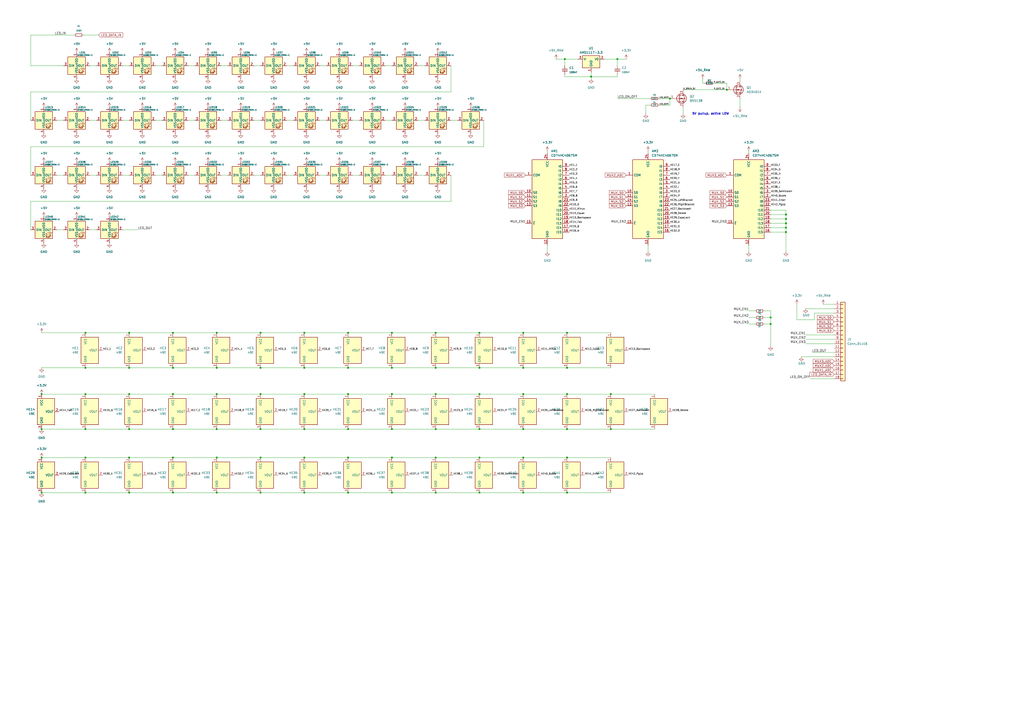
<source format=kicad_sch>
(kicad_sch (version 20250114) (generator "eeschema") (generator_version "9.0")
  (paper "A2")
  (text "5V pullup, active LOW" (at 412.242 66.04 0) (effects (font (size 1.27 1.27) (thickness 0.254) (bold yes))))
  (junction (at 151.13 228.6))
  (junction (at 49.53 285.75))
  (junction (at 278.13 193.04))
  (junction (at 303.53 228.6))
  (junction (at 328.93 265.43))
  (junction (at 176.53 213.36))
  (junction (at 328.93 285.75))
  (junction (at 328.93 213.36))
  (junction (at 421.64 52.07))
  (junction (at 252.73 228.6))
  (junction (at 227.33 193.04))
  (junction (at 49.53 213.36))
  (junction (at 24.13 265.43))
  (junction (at 24.13 248.92))
  (junction (at 328.93 248.92))
  (junction (at 455.93 127))
  (junction (at 125.73 228.6))
  (junction (at 303.53 213.36))
  (junction (at 354.33 248.92))
  (junction (at 303.53 265.43))
  (junction (at 74.93 193.04))
  (junction (at 176.53 228.6))
  (junction (at 49.53 193.04))
  (junction (at 455.93 134.62))
  (junction (at 100.33 285.75))
  (junction (at 303.53 248.92))
  (junction (at 278.13 265.43))
  (junction (at 49.53 228.6))
  (junction (at 24.13 285.75))
  (junction (at 201.93 285.75))
  (junction (at 252.73 213.36))
  (junction (at 125.73 193.04))
  (junction (at 201.93 213.36))
  (junction (at 388.62 57.15))
  (junction (at 100.33 265.43))
  (junction (at 151.13 248.92))
  (junction (at 455.93 132.08))
  (junction (at 49.53 248.92))
  (junction (at 201.93 265.43))
  (junction (at 24.13 228.6))
  (junction (at 74.93 213.36))
  (junction (at 455.93 129.54))
  (junction (at 176.53 265.43))
  (junction (at 201.93 248.92))
  (junction (at 278.13 213.36))
  (junction (at 327.66 34.29))
  (junction (at 100.33 228.6))
  (junction (at 328.93 228.6))
  (junction (at 252.73 285.75))
  (junction (at 125.73 248.92))
  (junction (at 74.93 265.43))
  (junction (at 201.93 193.04))
  (junction (at 151.13 193.04))
  (junction (at 201.93 228.6))
  (junction (at 227.33 213.36))
  (junction (at 455.93 124.46))
  (junction (at 176.53 193.04))
  (junction (at 176.53 248.92))
  (junction (at 227.33 285.75))
  (junction (at 227.33 265.43))
  (junction (at 151.13 265.43))
  (junction (at 358.14 34.29))
  (junction (at 100.33 248.92))
  (junction (at 447.04 187.96))
  (junction (at 100.33 213.36))
  (junction (at 125.73 285.75))
  (junction (at 328.93 193.04))
  (junction (at 176.53 285.75))
  (junction (at 278.13 248.92))
  (junction (at 227.33 248.92))
  (junction (at 303.53 193.04))
  (junction (at 252.73 265.43))
  (junction (at 252.73 193.04))
  (junction (at 125.73 213.36))
  (junction (at 447.04 184.15))
  (junction (at 74.93 228.6))
  (junction (at 74.93 285.75))
  (junction (at 151.13 213.36))
  (junction (at 252.73 248.92))
  (junction (at 278.13 285.75))
  (junction (at 354.33 228.6))
  (junction (at 278.13 228.6))
  (junction (at 100.33 193.04))
  (junction (at 227.33 228.6))
  (junction (at 125.73 265.43))
  (junction (at 49.53 265.43))
  (junction (at 74.93 248.92))
  (junction (at 342.9 44.45))
  (junction (at 151.13 285.75))
  (junction (at 303.53 285.75))
  (wire (pts (xy 33.02 101.6) (xy 36.83 101.6)))
  (wire (pts (xy 71.12 38.1) (xy 74.93 38.1)))
  (wire (pts (xy 447.04 129.54) (xy 455.93 129.54)))
  (wire (pts (xy 447.04 180.34) (xy 447.04 184.15)))
  (wire (pts (xy 375.92 87.63) (xy 375.92 88.9)))
  (wire (pts (xy 166.37 101.6) (xy 170.18 101.6)))
  (wire (pts (xy 252.73 193.04) (xy 227.33 193.04)))
  (wire (pts (xy 354.33 248.92) (xy 379.73 248.92)))
  (wire (pts (xy 429.26 45.72) (xy 429.26 46.99)))
  (wire (pts (xy 223.52 101.6) (xy 227.33 101.6)))
  (wire (pts (xy 100.33 228.6) (xy 74.93 228.6)))
  (wire (pts (xy 17.78 20.32) (xy 43.18 20.32)))
  (wire (pts (xy 185.42 38.1) (xy 189.23 38.1)))
  (wire (pts (xy 49.53 265.43) (xy 24.13 265.43)))
  (wire (pts (xy 278.13 285.75) (xy 303.53 285.75)))
  (wire (pts (xy 467.36 199.39) (xy 483.87 199.39)))
  (wire (pts (xy 185.42 101.6) (xy 189.23 101.6)))
  (wire (pts (xy 90.17 101.6) (xy 93.98 101.6)))
  (wire (pts (xy 407.67 48.26) (xy 407.67 45.72)))
  (wire (pts (xy 125.73 213.36) (xy 151.13 213.36)))
  (wire (pts (xy 49.53 248.92) (xy 74.93 248.92)))
  (wire (pts (xy 201.93 213.36) (xy 227.33 213.36)))
  (wire (pts (xy 354.33 228.6) (xy 328.93 228.6)))
  (wire (pts (xy 471.17 204.47) (xy 483.87 204.47)))
  (wire (pts (xy 24.13 285.75) (xy 49.53 285.75)))
  (wire (pts (xy 280.67 69.85) (xy 280.67 85.09)))
  (wire (pts (xy 443.23 184.15) (xy 447.04 184.15)))
  (wire (pts (xy 327.66 34.29) (xy 327.66 38.1)))
  (wire (pts (xy 447.04 184.15) (xy 447.04 187.96)))
  (wire (pts (xy 278.13 213.36) (xy 303.53 213.36)))
  (wire (pts (xy 455.93 124.46) (xy 455.93 127)))
  (wire (pts (xy 375.92 142.24) (xy 375.92 146.05)))
  (wire (pts (xy 382.27 60.96) (xy 388.62 60.96)))
  (wire (pts (xy 472.44 181.61) (xy 472.44 185.42)))
  (wire (pts (xy 261.62 69.85) (xy 265.43 69.85)))
  (wire (pts (xy 128.27 101.6) (xy 132.08 101.6)))
  (wire (pts (xy 71.12 101.6) (xy 74.93 101.6)))
  (wire (pts (xy 358.14 34.29) (xy 363.22 34.29)))
  (wire (pts (xy 396.24 52.07) (xy 421.64 52.07)))
  (wire (pts (xy 447.04 124.46) (xy 455.93 124.46)))
  (wire (pts (xy 467.36 179.07) (xy 483.87 179.07)))
  (wire (pts (xy 261.62 53.34) (xy 17.78 53.34)))
  (wire (pts (xy 151.13 265.43) (xy 125.73 265.43)))
  (wire (pts (xy 303.53 265.43) (xy 278.13 265.43)))
  (wire (pts (xy 382.27 57.15) (xy 388.62 57.15)))
  (wire (pts (xy 477.52 176.53) (xy 483.87 176.53)))
  (wire (pts (xy 90.17 69.85) (xy 93.98 69.85)))
  (wire (pts (xy 166.37 38.1) (xy 170.18 38.1)))
  (wire (pts (xy 322.58 34.29) (xy 327.66 34.29)))
  (wire (pts (xy 455.93 132.08) (xy 455.93 134.62)))
  (wire (pts (xy 472.44 185.42) (xy 462.28 185.42)))
  (wire (pts (xy 166.37 69.85) (xy 170.18 69.85)))
  (wire (pts (xy 252.73 228.6) (xy 227.33 228.6)))
  (wire (pts (xy 350.52 34.29) (xy 358.14 34.29)))
  (wire (pts (xy 71.12 69.85) (xy 74.93 69.85)))
  (wire (pts (xy 455.93 121.92) (xy 455.93 124.46)))
  (wire (pts (xy 388.62 57.15) (xy 388.62 60.96)))
  (wire (pts (xy 128.27 69.85) (xy 132.08 69.85)))
  (wire (pts (xy 223.52 38.1) (xy 227.33 38.1)))
  (wire (pts (xy 17.78 116.84) (xy 17.78 133.35)))
  (wire (pts (xy 252.73 248.92) (xy 278.13 248.92)))
  (wire (pts (xy 342.9 41.91) (xy 342.9 44.45)))
  (wire (pts (xy 49.53 213.36) (xy 74.93 213.36)))
  (wire (pts (xy 354.33 193.04) (xy 328.93 193.04)))
  (wire (pts (xy 151.13 248.92) (xy 176.53 248.92)))
  (wire (pts (xy 204.47 38.1) (xy 208.28 38.1)))
  (wire (pts (xy 374.65 60.96) (xy 377.19 60.96)))
  (wire (pts (xy 327.66 44.45) (xy 342.9 44.45)))
  (wire (pts (xy 455.93 127) (xy 455.93 129.54)))
  (wire (pts (xy 358.14 57.15) (xy 377.19 57.15)))
  (wire (pts (xy 434.34 87.63) (xy 434.34 88.9)))
  (wire (pts (xy 421.64 48.26) (xy 421.64 52.07)))
  (wire (pts (xy 242.57 101.6) (xy 246.38 101.6)))
  (wire (pts (xy 278.13 193.04) (xy 252.73 193.04)))
  (wire (pts (xy 109.22 101.6) (xy 113.03 101.6)))
  (wire (pts (xy 443.23 187.96) (xy 447.04 187.96)))
  (wire (pts (xy 464.82 207.01) (xy 483.87 207.01)))
  (wire (pts (xy 125.73 285.75) (xy 151.13 285.75)))
  (wire (pts (xy 278.13 248.92) (xy 303.53 248.92)))
  (wire (pts (xy 328.93 248.92) (xy 354.33 248.92)))
  (wire (pts (xy 379.73 228.6) (xy 354.33 228.6)))
  (wire (pts (xy 33.02 133.35) (xy 36.83 133.35)))
  (wire (pts (xy 125.73 193.04) (xy 100.33 193.04)))
  (wire (pts (xy 280.67 85.09) (xy 17.78 85.09)))
  (wire (pts (xy 227.33 213.36) (xy 252.73 213.36)))
  (wire (pts (xy 52.07 38.1) (xy 55.88 38.1)))
  (wire (pts (xy 185.42 69.85) (xy 189.23 69.85)))
  (wire (pts (xy 317.5 87.63) (xy 317.5 88.9)))
  (wire (pts (xy 396.24 62.23) (xy 396.24 66.04)))
  (wire (pts (xy 227.33 228.6) (xy 201.93 228.6)))
  (wire (pts (xy 33.02 69.85) (xy 36.83 69.85)))
  (wire (pts (xy 434.34 142.24) (xy 434.34 146.05)))
  (wire (pts (xy 472.44 181.61) (xy 483.87 181.61)))
  (wire (pts (xy 52.07 101.6) (xy 55.88 101.6)))
  (wire (pts (xy 447.04 132.08) (xy 455.93 132.08)))
  (wire (pts (xy 109.22 69.85) (xy 113.03 69.85)))
  (wire (pts (xy 462.28 176.53) (xy 462.28 185.42)))
  (wire (pts (xy 74.93 228.6) (xy 49.53 228.6)))
  (wire (pts (xy 74.93 265.43) (xy 49.53 265.43)))
  (wire (pts (xy 176.53 248.92) (xy 201.93 248.92)))
  (wire (pts (xy 151.13 193.04) (xy 125.73 193.04)))
  (wire (pts (xy 303.53 213.36) (xy 328.93 213.36)))
  (wire (pts (xy 125.73 265.43) (xy 100.33 265.43)))
  (wire (pts (xy 434.34 184.15) (xy 438.15 184.15)))
  (wire (pts (xy 447.04 134.62) (xy 455.93 134.62)))
  (wire (pts (xy 447.04 121.92) (xy 455.93 121.92)))
  (wire (pts (xy 49.53 228.6) (xy 24.13 228.6)))
  (wire (pts (xy 49.53 193.04) (xy 24.13 193.04)))
  (wire (pts (xy 17.78 38.1) (xy 36.83 38.1)))
  (wire (pts (xy 109.22 38.1) (xy 113.03 38.1)))
  (wire (pts (xy 201.93 193.04) (xy 176.53 193.04)))
  (wire (pts (xy 74.93 213.36) (xy 100.33 213.36)))
  (wire (pts (xy 434.34 187.96) (xy 438.15 187.96)))
  (wire (pts (xy 252.73 285.75) (xy 278.13 285.75)))
  (wire (pts (xy 151.13 228.6) (xy 125.73 228.6)))
  (wire (pts (xy 455.93 129.54) (xy 455.93 132.08)))
  (wire (pts (xy 242.57 69.85) (xy 246.38 69.85)))
  (wire (pts (xy 125.73 248.92) (xy 151.13 248.92)))
  (wire (pts (xy 467.36 196.85) (xy 483.87 196.85)))
  (wire (pts (xy 176.53 265.43) (xy 151.13 265.43)))
  (wire (pts (xy 342.9 44.45) (xy 342.9 45.72)))
  (wire (pts (xy 128.27 38.1) (xy 132.08 38.1)))
  (wire (pts (xy 90.17 38.1) (xy 93.98 38.1)))
  (wire (pts (xy 328.93 228.6) (xy 303.53 228.6)))
  (wire (pts (xy 467.36 194.31) (xy 483.87 194.31)))
  (wire (pts (xy 204.47 69.85) (xy 208.28 69.85)))
  (wire (pts (xy 261.62 101.6) (xy 261.62 116.84)))
  (wire (pts (xy 52.07 69.85) (xy 55.88 69.85)))
  (wire (pts (xy 303.53 228.6) (xy 278.13 228.6)))
  (wire (pts (xy 328.93 213.36) (xy 354.33 213.36)))
  (wire (pts (xy 201.93 285.75) (xy 227.33 285.75)))
  (wire (pts (xy 201.93 248.92) (xy 227.33 248.92)))
  (wire (pts (xy 242.57 38.1) (xy 246.38 38.1)))
  (wire (pts (xy 176.53 285.75) (xy 201.93 285.75)))
  (wire (pts (xy 278.13 228.6) (xy 252.73 228.6)))
  (wire (pts (xy 227.33 265.43) (xy 201.93 265.43)))
  (wire (pts (xy 261.62 116.84) (xy 17.78 116.84)))
  (wire (pts (xy 328.93 265.43) (xy 303.53 265.43)))
  (wire (pts (xy 147.32 69.85) (xy 151.13 69.85)))
  (wire (pts (xy 303.53 193.04) (xy 278.13 193.04)))
  (wire (pts (xy 414.02 48.26) (xy 421.64 48.26)))
  (wire (pts (xy 24.13 248.92) (xy 49.53 248.92)))
  (wire (pts (xy 278.13 265.43) (xy 252.73 265.43)))
  (wire (pts (xy 100.33 193.04) (xy 74.93 193.04)))
  (wire (pts (xy 434.34 180.34) (xy 438.15 180.34)))
  (wire (pts (xy 49.53 285.75) (xy 74.93 285.75)))
  (wire (pts (xy 74.93 193.04) (xy 49.53 193.04)))
  (wire (pts (xy 151.13 285.75) (xy 176.53 285.75)))
  (wire (pts (xy 100.33 265.43) (xy 74.93 265.43)))
  (wire (pts (xy 48.26 20.32) (xy 57.15 20.32)))
  (wire (pts (xy 125.73 228.6) (xy 100.33 228.6)))
  (wire (pts (xy 147.32 101.6) (xy 151.13 101.6)))
  (wire (pts (xy 176.53 193.04) (xy 151.13 193.04)))
  (wire (pts (xy 303.53 248.92) (xy 328.93 248.92)))
  (wire (pts (xy 52.07 133.35) (xy 55.88 133.35)))
  (wire (pts (xy 447.04 187.96) (xy 447.04 200.66)))
  (wire (pts (xy 147.32 38.1) (xy 151.13 38.1)))
  (wire (pts (xy 328.93 285.75) (xy 354.33 285.75)))
  (wire (pts (xy 443.23 180.34) (xy 447.04 180.34)))
  (wire (pts (xy 71.12 133.35) (xy 80.01 133.35)))
  (wire (pts (xy 469.9 219.71) (xy 483.87 219.71)))
  (wire (pts (xy 17.78 53.34) (xy 17.78 69.85)))
  (wire (pts (xy 447.04 127) (xy 455.93 127)))
  (wire (pts (xy 100.33 248.92) (xy 125.73 248.92)))
  (wire (pts (xy 227.33 248.92) (xy 252.73 248.92)))
  (wire (pts (xy 201.93 228.6) (xy 176.53 228.6)))
  (wire (pts (xy 17.78 38.1) (xy 17.78 20.32)))
  (wire (pts (xy 176.53 228.6) (xy 151.13 228.6)))
  (wire (pts (xy 151.13 213.36) (xy 176.53 213.36)))
  (wire (pts (xy 24.13 213.36) (xy 49.53 213.36)))
  (wire (pts (xy 327.66 43.18) (xy 327.66 44.45)))
  (wire (pts (xy 358.14 43.18) (xy 358.14 44.45)))
  (wire (pts (xy 201.93 265.43) (xy 176.53 265.43)))
  (wire (pts (xy 17.78 85.09) (xy 17.78 101.6)))
  (wire (pts (xy 429.26 57.15) (xy 429.26 62.23)))
  (wire (pts (xy 100.33 285.75) (xy 125.73 285.75)))
  (wire (pts (xy 176.53 213.36) (xy 201.93 213.36)))
  (wire (pts (xy 223.52 69.85) (xy 227.33 69.85)))
  (wire (pts (xy 328.93 193.04) (xy 303.53 193.04)))
  (wire (pts (xy 342.9 44.45) (xy 358.14 44.45)))
  (wire (pts (xy 74.93 285.75) (xy 100.33 285.75)))
  (wire (pts (xy 261.62 38.1) (xy 261.62 53.34)))
  (wire (pts (xy 204.47 101.6) (xy 208.28 101.6)))
  (wire (pts (xy 374.65 60.96) (xy 374.65 66.04)))
  (wire (pts (xy 407.67 48.26) (xy 408.94 48.26)))
  (wire (pts (xy 303.53 285.75) (xy 328.93 285.75)))
  (wire (pts (xy 74.93 248.92) (xy 100.33 248.92)))
  (wire (pts (xy 455.93 134.62) (xy 455.93 146.05)))
  (wire (pts (xy 252.73 265.43) (xy 227.33 265.43)))
  (wire (pts (xy 100.33 213.36) (xy 125.73 213.36)))
  (wire (pts (xy 227.33 193.04) (xy 201.93 193.04)))
  (wire (pts (xy 227.33 285.75) (xy 252.73 285.75)))
  (wire (pts (xy 317.5 142.24) (xy 317.5 146.05)))
  (wire (pts (xy 358.14 34.29) (xy 358.14 38.1)))
  (wire (pts (xy 354.33 265.43) (xy 328.93 265.43)))
  (wire (pts (xy 327.66 34.29) (xy 335.28 34.29)))
  (wire (pts (xy 252.73 213.36) (xy 278.13 213.36)))
  (label "HE40_Quote" (at 313.69 275.59 0) (effects (font (size 1 1))))
  (label "MUX_EN2" (at 467.36 196.85 180))
  (label "HE23_O" (at 262.89 238.76 0) (effects (font (size 1 1))))
  (label "HE32_D" (at 110.49 275.59 0) (effects (font (size 1 1))))
  (label "HE8_8" (at 237.49 203.2 0) (effects (font (size 1 1))))
  (label "HE30_A" (at 59.69 275.59 0) (effects (font (size 1 1))))
  (label "HE14_Tab" (at 34.29 238.76 0) (effects (font (size 1 1))))
  (label "HE41_Enter" (at 447.04 116.84 0) (effects (font (size 1 1))))
  (label "HE31_S" (at 388.62 132.08 0) (effects (font (size 1 1))))
  (label "HE33_F" (at 135.89 275.59 0) (effects (font (size 1 1))))
  (label "HE38_L" (at 447.04 109.22 0) (effects (font (size 1 1))))
  (label "HE25_LeftBracket" (at 388.62 116.84 0) (effects (font (size 1 1))))
  (label "HE12_Equal" (at 339.09 203.2 0) (effects (font (size 1 1))))
  (label "HE39_Semicolon" (at 447.04 111.76 0) (effects (font (size 1 1))))
  (label "HE6_6" (at 330.2 109.22 0) (effects (font (size 1 1))))
  (label "HE11_Minus" (at 313.69 203.2 0) (effects (font (size 1 1))))
  (label "LED_GATE" (at 382.27 57.15 0) (effects (font (size 0.8 0.8))))
  (label "MUX_EN1" (at 467.36 194.31 180))
  (label "HE4_4" (at 330.2 104.14 0) (effects (font (size 1 1))))
  (label "HE1_1" (at 330.2 96.52 0) (effects (font (size 1 1))))
  (label "HE17_E" (at 388.62 96.52 0) (effects (font (size 1 1))))
  (label "LED_ON_OFF" (at 469.9 219.71 180))
  (label "HE1_1" (at 59.69 203.2 0) (effects (font (size 1 1))))
  (label "HE20_Y" (at 186.69 238.76 0) (effects (font (size 1 1))))
  (label "HE16_W" (at 330.2 134.62 0) (effects (font (size 1 1))))
  (label "HE35_H" (at 447.04 101.6 0) (effects (font (size 1 1))))
  (label "HE24_P" (at 288.29 238.76 0) (effects (font (size 1 1))))
  (label "HE12_Equal" (at 330.2 124.46 0) (effects (font (size 1 1))))
  (label "MUX_EN1" (at 304.8 129.54 180))
  (label "MUX_EN3" (at 467.36 199.39 180))
  (label "HE4_4" (at 135.89 203.2 0) (effects (font (size 1 1))))
  (label "HE6_6" (at 186.69 203.2 0) (effects (font (size 1 1))))
  (label "MUX_EN3" (at 421.64 129.54 180))
  (label "HE31_S" (at 85.09 275.59 0) (effects (font (size 1 1))))
  (label "HE39_Semicolon" (at 288.29 275.59 0) (effects (font (size 1 1))))
  (label "HE10_0" (at 330.2 119.38 0) (effects (font (size 1 1))))
  (label "HE2_2" (at 330.2 99.06 0) (effects (font (size 1 1))))
  (label "HE28_Delete" (at 389.89 238.76 0) (effects (font (size 1 1))))
  (label "HE42_PgUp" (at 364.49 275.59 0) (effects (font (size 1 1))))
  (label "HE21_U" (at 212.09 238.76 0) (effects (font (size 1 1))))
  (label "HE37_K" (at 237.49 275.59 0) (effects (font (size 1 1))))
  (label "HE20_Y" (at 388.62 104.14 0) (effects (font (size 1 1))))
  (label "HE5_5" (at 330.2 106.68 0) (effects (font (size 1 1))))
  (label "HE7_7" (at 330.2 111.76 0) (effects (font (size 1 1))))
  (label "HE21_U" (at 388.62 106.68 0) (effects (font (size 1 1))))
  (label "HE25_LeftBracket" (at 313.69 238.76 0) (effects (font (size 1 1))))
  (label "HE11_Minus" (at 330.2 121.92 0) (effects (font (size 1 1))))
  (label "HE15_Q" (at 330.2 132.08 0) (effects (font (size 1 1))))
  (label "HE15_Q" (at 59.69 238.76 0) (effects (font (size 1 1))))
  (label "HE35_H" (at 186.69 275.59 0) (effects (font (size 1 1))))
  (label "HE30_A" (at 388.62 129.54 0) (effects (font (size 1 1))))
  (label "HE41_Enter" (at 339.09 275.59 0) (effects (font (size 1 1))))
  (label "HE18_R" (at 135.89 238.76 0) (effects (font (size 1 1))))
  (label "HE8_8" (at 330.2 114.3 0) (effects (font (size 1 1))))
  (label "HE27_Backslash" (at 364.49 238.76 0) (effects (font (size 1 1))))
  (label "HE3_3" (at 110.49 203.2 0) (effects (font (size 1 1))))
  (label "N_DRAIN_5V" (at 396.24 52.07 0) (effects (font (size 0.8 0.8))))
  (label "HE32_D" (at 388.62 134.62 0) (effects (font (size 1 1))))
  (label "P_GATE_5V" (at 414.02 52.07 0) (effects (font (size 0.8 0.8))))
  (label "HE9_9" (at 330.2 116.84 0) (effects (font (size 1 1))))
  (label "HE37_K" (at 447.04 106.68 0) (effects (font (size 1 1))))
  (label "HE16_W" (at 85.09 238.76 0) (effects (font (size 1 1))))
  (label "HE38_L" (at 262.89 275.59 0) (effects (font (size 1 1))))
  (label "HE29_CapsLock" (at 34.29 275.59 0) (effects (font (size 1 1))))
  (label "HE22_I" (at 237.49 238.76 0) (effects (font (size 1 1))))
  (label "HE29_CapsLock" (at 388.62 127 0) (effects (font (size 1 1))))
  (label "HE24_P" (at 388.62 114.3 0) (effects (font (size 1 1))))
  (label "HE36_J" (at 447.04 104.14 0) (effects (font (size 1 1))))
  (label "HE13_Backspace" (at 330.2 127 0) (effects (font (size 1 1))))
  (label "HE27_Backslash" (at 388.62 121.92 0) (effects (font (size 1 1))))
  (label "HE19_T" (at 161.29 238.76 0) (effects (font (size 1 1))))
  (label "HE26_RightBracket" (at 388.62 119.38 0) (effects (font (size 1 1))))
  (label "HE2_2" (at 85.09 203.2 0) (effects (font (size 1 1))))
  (label "HE10_0" (at 288.29 203.2 0) (effects (font (size 1 1))))
  (label "MUX_EN2" (at 363.22 129.54 180))
  (label "HE34_G" (at 161.29 275.59 0) (effects (font (size 1 1))))
  (label "HE40_Quote" (at 447.04 114.3 0) (effects (font (size 1 1))))
  (label "HE42_PgUp" (at 447.04 119.38 0) (effects (font (size 1 1))))
  (label "HE9_9" (at 262.89 203.2 0) (effects (font (size 1 1))))
  (label "LED_ON_OFF" (at 358.14 57.15 0))
  (label "HE14_Tab" (at 330.2 129.54 0) (effects (font (size 1 1))))
  (label "HE13_Backspace" (at 364.49 203.2 0) (effects (font (size 1 1))))
  (label "HE19_T" (at 388.62 101.6 0) (effects (font (size 1 1))))
  (label "HE33_F" (at 447.04 96.52 0) (effects (font (size 1 1))))
  (label "HE36_J" (at 212.09 275.59 0) (effects (font (size 1 1))))
  (label "HE28_Delete" (at 388.62 124.46 0) (effects (font (size 1 1))))
  (label "HE17_E" (at 110.49 238.76 0) (effects (font (size 1 1))))
  (label "LED_GATE" (at 382.27 60.96 0) (effects (font (size 0.8 0.8))))
  (label "LED_OUT" (at 80.01 133.35 0))
  (label "HE18_R" (at 388.62 99.06 0) (effects (font (size 1 1))))
  (label "LED_IN" (at 31.75 20.32 0))
  (label "LED_OUT" (at 471.17 204.47 0))
  (label "MUX_EN3" (at 434.34 187.96 180))
  (label "HE23_O" (at 388.62 111.76 0) (effects (font (size 1 1))))
  (label "HE22_I" (at 388.62 109.22 0) (effects (font (size 1 1))))
  (label "MUX_EN2" (at 434.34 184.15 180))
  (label "HE5_5" (at 161.29 203.2 0) (effects (font (size 1 1))))
  (label "HE34_G" (at 447.04 99.06 0) (effects (font (size 1 1))))
  (label "P_GATE_5V" (at 414.02 48.26 0) (effects (font (size 0.8 0.8))))
  (label "HE3_3" (at 330.2 101.6 0) (effects (font (size 1 1))))
  (label "HE26_RightBracket" (at 339.09 238.76 0) (effects (font (size 1 1))))
  (label "MUX_EN1" (at 434.34 180.34 180))
  (label "HE7_7" (at 212.09 203.2 0) (effects (font (size 1 1))))
  (global_label "MUX_S1" (shape input) (at 363.22 114.3 180) (property "Intersheetrefs" "${INTERSHEET_REFS}" (effects (hide yes))))
  (global_label "MUX1_ADC" (shape input) (at 304.8 101.6 180) (property "Intersheetrefs" "${INTERSHEET_REFS}" (effects (hide yes))))
  (global_label "MUX2_ADC" (shape input) (at 483.87 212.09 180) (property "Intersheetrefs" "${INTERSHEET_REFS}" (effects (hide yes))))
  (global_label "MUX_S2" (shape input) (at 304.8 116.84 180) (property "Intersheetrefs" "${INTERSHEET_REFS}" (effects (hide yes))))
  (global_label "MUX_S0" (shape input) (at 304.8 111.76 180) (property "Intersheetrefs" "${INTERSHEET_REFS}" (effects (hide yes))))
  (global_label "MUX_S3" (shape input) (at 363.22 119.38 180) (property "Intersheetrefs" "${INTERSHEET_REFS}" (effects (hide yes))))
  (global_label "LED_DATA_IN" (shape input) (at 483.87 217.17 180) (property "Intersheetrefs" "${INTERSHEET_REFS}" (effects (hide yes))))
  (global_label "MUX_S0" (shape input) (at 363.22 111.76 180) (property "Intersheetrefs" "${INTERSHEET_REFS}" (effects (hide yes))))
  (global_label "MUX_S0" (shape input) (at 421.64 111.76 180) (property "Intersheetrefs" "${INTERSHEET_REFS}" (effects (hide yes))))
  (global_label "MUX_S1" (shape input) (at 421.64 114.3 180) (property "Intersheetrefs" "${INTERSHEET_REFS}" (effects (hide yes))))
  (global_label "MUX_S0" (shape input) (at 483.87 184.15 180) (property "Intersheetrefs" "${INTERSHEET_REFS}" (effects (hide yes))))
  (global_label "MUX2_ADC" (shape input) (at 363.22 101.6 180) (property "Intersheetrefs" "${INTERSHEET_REFS}" (effects (hide yes))))
  (global_label "MUX3_ADC" (shape input) (at 483.87 209.55 180) (property "Intersheetrefs" "${INTERSHEET_REFS}" (effects (hide yes))))
  (global_label "MUX_S2" (shape input) (at 421.64 116.84 180) (property "Intersheetrefs" "${INTERSHEET_REFS}" (effects (hide yes))))
  (global_label "MUX_S1" (shape input) (at 304.8 114.3 180) (property "Intersheetrefs" "${INTERSHEET_REFS}" (effects (hide yes))))
  (global_label "MUX_S2" (shape input) (at 483.87 189.23 180) (property "Intersheetrefs" "${INTERSHEET_REFS}" (effects (hide yes))))
  (global_label "MUX3_ADC" (shape input) (at 421.64 101.6 180) (property "Intersheetrefs" "${INTERSHEET_REFS}" (effects (hide yes))))
  (global_label "MUX_S3" (shape input) (at 483.87 191.77 180) (property "Intersheetrefs" "${INTERSHEET_REFS}" (effects (hide yes))))
  (global_label "MUX_S3" (shape input) (at 421.64 119.38 180) (property "Intersheetrefs" "${INTERSHEET_REFS}" (effects (hide yes))))
  (global_label "LED_DATA_IN" (shape input) (at 57.15 20.32 0) (property "Intersheetrefs" "${INTERSHEET_REFS}" (effects (hide yes))))
  (global_label "MUX_S3" (shape input) (at 304.8 119.38 180) (property "Intersheetrefs" "${INTERSHEET_REFS}" (effects (hide yes))))
  (global_label "MUX1_ADC" (shape input) (at 483.87 214.63 180) (property "Intersheetrefs" "${INTERSHEET_REFS}" (effects (hide yes))))
  (global_label "MUX_S1" (shape input) (at 483.87 186.69 180) (property "Intersheetrefs" "${INTERSHEET_REFS}" (effects (hide yes))))
  (global_label "MUX_S2" (shape input) (at 363.22 116.84 180) (property "Intersheetrefs" "${INTERSHEET_REFS}" (effects (hide yes))))
  (symbol (lib_id "power:+5V") (at 429.26 62.23 180) (unit 1)
    (property "Reference" "#PWR044" (effects (hide yes)))
    (property "Value" "+5V_RAW" (at 429.26 67.31 0))
    (property "Description" "Power symbol creates a global label with name \"+5V\"" (effects (hide yes)))
  )
  (symbol (lib_id "PCM_marbastlib-various:SK6812MINI-E") (at 63.5 133.35 0) (unit 1)
    (property "Reference" "LED42" (at 68.834 125.73 0) (effects (font (size 1 1)) (justify right)))
    (property "Value" "SK6812MINI-E" (at 68.326 127.254 0) (effects (font (size 0.8 0.8))))
    (property "Footprint" "PCM_marbastlib-various:LED_6028R" (effects (hide yes)))
    (property "Description" "Reverse mount adressable LED (WS2812 protocol)" (effects (hide yes)))
    (property "LCSC" "C5149201 " (effects (hide yes)))
  )
  (symbol (lib_id "PCM_marbastlib-various:SK6812MINI-E") (at 44.45 38.1 0) (unit 1)
    (property "Reference" "LED1" (at 49.784 30.48 0) (effects (font (size 1 1)) (justify right)))
    (property "Value" "SK6812MINI-E" (at 49.276 32.004 0) (effects (font (size 0.8 0.8))))
    (property "Footprint" "PCM_marbastlib-various:LED_6028R" (effects (hide yes)))
    (property "Description" "Reverse mount adressable LED (WS2812 protocol)" (effects (hide yes)))
    (property "LCSC" "C5149201 " (effects (hide yes)))
  )
  (symbol (lib_id "power:GND") (at 82.55 109.22 0) (unit 1)
    (property "Reference" "#PWR082" (effects (hide yes)))
    (property "Value" "GND" (at 82.55 114.3 0))
    (property "Description" "Power symbol creates a global label with name \"GND\" , ground" (effects (hide yes)))
  )
  (symbol (lib_id "PCM_marbastlib-various:SK6812MINI-E") (at 101.6 101.6 0) (unit 1)
    (property "Reference" "LED31" (at 106.934 93.98 0) (effects (font (size 1 1)) (justify right)))
    (property "Value" "SK6812MINI-E" (at 106.426 95.504 0) (effects (font (size 0.8 0.8))))
    (property "Footprint" "PCM_marbastlib-various:LED_6028R" (effects (hide yes)))
    (property "Description" "Reverse mount adressable LED (WS2812 protocol)" (effects (hide yes)))
    (property "LCSC" "C5149201 " (effects (hide yes)))
  )
  (symbol (lib_id "power:+5V") (at 44.45 30.48 0) (unit 1)
    (property "Reference" "#PWR01" (effects (hide yes)))
    (property "Value" "+5V" (at 44.45 25.4 0))
    (property "Description" "Power symbol creates a global label with name \"+5V\"" (effects (hide yes)))
  )
  (symbol (lib_id "power:GND") (at 317.5 146.05 0) (unit 1)
    (property "Reference" "#PWR098" (effects (hide yes)))
    (property "Value" "GND" (at 317.5 151.13 0))
    (property "Description" "Power symbol creates a global label with name \"GND\" , ground" (effects (hide yes)))
  )
  (symbol (lib_id "power:GND") (at 177.8 45.72 0) (unit 1)
    (property "Reference" "#PWR022" (effects (hide yes)))
    (property "Value" "GND" (at 177.8 50.8 0))
    (property "Description" "Power symbol creates a global label with name \"GND\" , ground" (effects (hide yes)))
  )
  (symbol (lib_id "power:+5V") (at 234.95 93.98 0) (unit 1)
    (property "Reference" "#PWR077" (effects (hide yes)))
    (property "Value" "+5V" (at 234.95 88.9 0))
    (property "Description" "Power symbol creates a global label with name \"+5V\"" (effects (hide yes)))
  )
  (symbol (lib_id "PCM_marbastlib-various:SK6812MINI-E") (at 139.7 38.1 0) (unit 1)
    (property "Reference" "LED6" (at 145.034 30.48 0) (effects (font (size 1 1)) (justify right)))
    (property "Value" "SK6812MINI-E" (at 144.526 32.004 0) (effects (font (size 0.8 0.8))))
    (property "Footprint" "PCM_marbastlib-various:LED_6028R" (effects (hide yes)))
    (property "Description" "Reverse mount adressable LED (WS2812 protocol)" (effects (hide yes)))
    (property "LCSC" "C5149201 " (effects (hide yes)))
  )
  (symbol (lib_id "Mars_Library:C_0603") (at 327.66 40.64 0) (unit 1)
    (property "Reference" "C1" (at 330.2 39.3762 0) (effects (justify left)))
    (property "Value" "100nF" (at 330.2 41.9163 0) (effects (font (size 1 1)) (justify left)))
    (property "Footprint" "Mars_Library:C_0603" (effects (hide yes)))
    (property "Description" "Unpolarized capacitor, small symbol" (effects (hide yes)))
  )
  (symbol (lib_id "power:+5V") (at 44.45 125.73 0) (unit 1)
    (property "Reference" "#PWR093" (effects (hide yes)))
    (property "Value" "+5V" (at 44.45 120.65 0))
    (property "Description" "Power symbol creates a global label with name \"+5V\"" (effects (hide yes)))
  )
  (symbol (lib_id "PCM_marbastlib-he:SW_MX_HE") (at 77.47 275.59 0) (unit 1)
    (property "Reference" "HE31" (at 71.12 274.3199 0) (effects (justify right)))
    (property "Value" "49E" (at 71.12 276.8599 0) (effects (justify right)))
    (property "Footprint" "PCM_marbastlib-xp-he:SW_MX_HE_90deg_1u_4layer" (effects (hide yes)))
    (property "Datasheet" "https://wmsc.lcsc.com/wmsc/upload/file/pdf/v2/lcsc/2310271810_Hallwee-HAL9303SO_C19089525.pdf" (effects (hide yes)))
    (property "Description" "Hall effect switch, bipolar, -+1000Gs, 4.7mV/Gs, -40C to +150C, SOT-23" (effects (hide yes)))
    (property "LCSC" "C7420984" (effects (hide yes)))
  )
  (symbol (lib_id "power:GND") (at 234.95 109.22 0) (unit 1)
    (property "Reference" "#PWR090" (effects (hide yes)))
    (property "Value" "GND" (at 234.95 114.3 0))
    (property "Description" "Power symbol creates a global label with name \"GND\" , ground" (effects (hide yes)))
  )
  (symbol (lib_id "Device:R_Small") (at 379.73 60.96 90) (unit 1)
    (property "Reference" "R4" (at 379.73 59.436 90) (effects (font (size 0.8 0.8))))
    (property "Value" "1M" (at 379.73 60.96 90) (effects (font (size 1 1))))
    (property "Footprint" "Mars_Library:R_0603" (effects (hide yes)))
    (property "Description" "Resistor, small symbol" (effects (hide yes)))
  )
  (symbol (lib_id "power:+5V") (at 177.8 30.48 0) (unit 1)
    (property "Reference" "#PWR08" (effects (hide yes)))
    (property "Value" "+5V" (at 177.8 25.4 0))
    (property "Description" "Power symbol creates a global label with name \"+5V\"" (effects (hide yes)))
  )
  (symbol (lib_id "power:+5V") (at 25.4 93.98 0) (unit 1)
    (property "Reference" "#PWR066" (effects (hide yes)))
    (property "Value" "+5V" (at 25.4 88.9 0))
    (property "Description" "Power symbol creates a global label with name \"+5V\"" (effects (hide yes)))
  )
  (symbol (lib_id "power:+5V") (at 196.85 62.23 0) (unit 1)
    (property "Reference" "#PWR039" (effects (hide yes)))
    (property "Value" "+5V" (at 196.85 57.15 0))
    (property "Description" "Power symbol creates a global label with name \"+5V\"" (effects (hide yes)))
  )
  (symbol (lib_id "PCM_marbastlib-he:SW_MX_HE") (at 52.07 238.76 0) (unit 1)
    (property "Reference" "HE15" (at 45.72 237.4899 0) (effects (justify right)))
    (property "Value" "49E" (at 45.72 240.0299 0) (effects (justify right)))
    (property "Footprint" "PCM_marbastlib-xp-he:SW_MX_HE_90deg_1u_4layer" (effects (hide yes)))
    (property "Datasheet" "https://wmsc.lcsc.com/wmsc/upload/file/pdf/v2/lcsc/2310271810_Hallwee-HAL9303SO_C19089525.pdf" (effects (hide yes)))
    (property "Description" "Hall effect switch, bipolar, -+1000Gs, 4.7mV/Gs, -40C to +150C, SOT-23" (effects (hide yes)))
    (property "LCSC" "C7420984" (effects (hide yes)))
  )
  (symbol (lib_id "power:GND") (at 63.5 109.22 0) (unit 1)
    (property "Reference" "#PWR081" (effects (hide yes)))
    (property "Value" "GND" (at 63.5 114.3 0))
    (property "Description" "Power symbol creates a global label with name \"GND\" , ground" (effects (hide yes)))
  )
  (symbol (lib_id "power:GND") (at 158.75 77.47 0) (unit 1)
    (property "Reference" "#PWR054" (effects (hide yes)))
    (property "Value" "GND" (at 158.75 82.55 0))
    (property "Description" "Power symbol creates a global label with name \"GND\" , ground" (effects (hide yes)))
  )
  (symbol (lib_id "PCM_marbastlib-various:SK6812MINI-E") (at 158.75 69.85 0) (unit 1)
    (property "Reference" "LED20" (at 164.084 62.23 0) (effects (font (size 1 1)) (justify right)))
    (property "Value" "SK6812MINI-E" (at 163.576 63.754 0) (effects (font (size 0.8 0.8))))
    (property "Footprint" "PCM_marbastlib-various:LED_6028R" (effects (hide yes)))
    (property "Description" "Reverse mount adressable LED (WS2812 protocol)" (effects (hide yes)))
    (property "LCSC" "C5149201 " (effects (hide yes)))
  )
  (symbol (lib_id "PCM_marbastlib-various:SK6812MINI-E") (at 101.6 69.85 0) (unit 1)
    (property "Reference" "LED17" (at 106.934 62.23 0) (effects (font (size 1 1)) (justify right)))
    (property "Value" "SK6812MINI-E" (at 106.426 63.754 0) (effects (font (size 0.8 0.8))))
    (property "Footprint" "PCM_marbastlib-various:LED_6028R" (effects (hide yes)))
    (property "Description" "Reverse mount adressable LED (WS2812 protocol)" (effects (hide yes)))
    (property "LCSC" "C5149201 " (effects (hide yes)))
  )
  (symbol (lib_id "PCM_marbastlib-various:SK6812MINI-E") (at 120.65 101.6 0) (unit 1)
    (property "Reference" "LED32" (at 125.984 93.98 0) (effects (font (size 1 1)) (justify right)))
    (property "Value" "SK6812MINI-E" (at 125.476 95.504 0) (effects (font (size 0.8 0.8))))
    (property "Footprint" "PCM_marbastlib-various:LED_6028R" (effects (hide yes)))
    (property "Description" "Reverse mount adressable LED (WS2812 protocol)" (effects (hide yes)))
    (property "LCSC" "C5149201 " (effects (hide yes)))
  )
  (symbol (lib_id "power:GND") (at 120.65 109.22 0) (unit 1)
    (property "Reference" "#PWR084" (effects (hide yes)))
    (property "Value" "GND" (at 120.65 114.3 0))
    (property "Description" "Power symbol creates a global label with name \"GND\" , ground" (effects (hide yes)))
  )
  (symbol (lib_id "power:GND") (at 24.13 285.75 0) (unit 1)
    (property "Reference" "#PWR0112" (effects (hide yes)))
    (property "Value" "GND" (at 24.13 290.83 0))
    (property "Description" "Power symbol creates a global label with name \"GND\" , ground" (effects (hide yes)))
  )
  (symbol (lib_id "power:+5V") (at 177.8 93.98 0) (unit 1)
    (property "Reference" "#PWR074" (effects (hide yes)))
    (property "Value" "+5V" (at 177.8 88.9 0))
    (property "Description" "Power symbol creates a global label with name \"+5V\"" (effects (hide yes)))
  )
  (symbol (lib_id "PCM_marbastlib-he:SW_MX_HE") (at 102.87 238.76 0) (unit 1)
    (property "Reference" "HE17" (at 96.52 237.4899 0) (effects (justify right)))
    (property "Value" "49E" (at 96.52 240.0299 0) (effects (justify right)))
    (property "Footprint" "PCM_marbastlib-xp-he:SW_MX_HE_90deg_1u_4layer" (effects (hide yes)))
    (property "Datasheet" "https://wmsc.lcsc.com/wmsc/upload/file/pdf/v2/lcsc/2310271810_Hallwee-HAL9303SO_C19089525.pdf" (effects (hide yes)))
    (property "Description" "Hall effect switch, bipolar, -+1000Gs, 4.7mV/Gs, -40C to +150C, SOT-23" (effects (hide yes)))
    (property "LCSC" "C7420984" (effects (hide yes)))
  )
  (symbol (lib_id "PCM_marbastlib-he:SW_MX_HE") (at 153.67 238.76 0) (unit 1)
    (property "Reference" "HE19" (at 147.32 237.4899 0) (effects (justify right)))
    (property "Value" "49E" (at 147.32 240.0299 0) (effects (justify right)))
    (property "Footprint" "PCM_marbastlib-xp-he:SW_MX_HE_90deg_1u_4layer" (effects (hide yes)))
    (property "Datasheet" "https://wmsc.lcsc.com/wmsc/upload/file/pdf/v2/lcsc/2310271810_Hallwee-HAL9303SO_C19089525.pdf" (effects (hide yes)))
    (property "Description" "Hall effect switch, bipolar, -+1000Gs, 4.7mV/Gs, -40C to +150C, SOT-23" (effects (hide yes)))
    (property "LCSC" "C7420984" (effects (hide yes)))
  )
  (symbol (lib_id "Mars_Library:R_0603") (at 440.69 184.15 90) (unit 1)
    (property "Reference" "R6" (at 440.69 185.674 90) (effects (font (size 0.8 0.8))))
    (property "Value" "0R" (at 440.69 184.15 90) (effects (font (size 0.8 0.8))))
    (property "Footprint" "Mars_Library:R_0603" (effects (hide yes)))
    (property "Description" "Resistor, small symbol" (effects (hide yes)))
  )
  (symbol (lib_id "PCM_marbastlib-various:SK6812MINI-E") (at 273.05 69.85 0) (unit 1)
    (property "Reference" "LED26" (at 278.384 62.23 0) (effects (font (size 1 1)) (justify right)))
    (property "Value" "SK6812MINI-E" (at 277.876 63.754 0) (effects (font (size 0.8 0.8))))
    (property "Footprint" "PCM_marbastlib-various:LED_6028R" (effects (hide yes)))
    (property "Description" "Reverse mount adressable LED (WS2812 protocol)" (effects (hide yes)))
    (property "LCSC" "C5149201 " (effects (hide yes)))
  )
  (symbol (lib_id "PCM_marbastlib-various:SK6812MINI-E") (at 215.9 38.1 0) (unit 1)
    (property "Reference" "LED10" (at 221.234 30.48 0) (effects (font (size 1 1)) (justify right)))
    (property "Value" "SK6812MINI-E" (at 220.726 32.004 0) (effects (font (size 0.8 0.8))))
    (property "Footprint" "PCM_marbastlib-various:LED_6028R" (effects (hide yes)))
    (property "Description" "Reverse mount adressable LED (WS2812 protocol)" (effects (hide yes)))
    (property "LCSC" "C5149201 " (effects (hide yes)))
  )
  (symbol (lib_id "power:+5V") (at 215.9 30.48 0) (unit 1)
    (property "Reference" "#PWR010" (effects (hide yes)))
    (property "Value" "+5V" (at 215.9 25.4 0))
    (property "Description" "Power symbol creates a global label with name \"+5V\"" (effects (hide yes)))
  )
  (symbol (lib_id "PCM_marbastlib-various:SK6812MINI-E") (at 25.4 69.85 0) (unit 1)
    (property "Reference" "LED13" (at 30.734 62.23 0) (effects (font (size 1 1)) (justify right)))
    (property "Value" "SK6812MINI-E" (at 30.226 63.754 0) (effects (font (size 0.8 0.8))))
    (property "Footprint" "PCM_marbastlib-various:LED_6028R" (effects (hide yes)))
    (property "Description" "Reverse mount adressable LED (WS2812 protocol)" (effects (hide yes)))
    (property "LCSC" "C5149201 " (effects (hide yes)))
  )
  (symbol (lib_id "power:+5V") (at 215.9 62.23 0) (unit 1)
    (property "Reference" "#PWR040" (effects (hide yes)))
    (property "Value" "+5V" (at 215.9 57.15 0))
    (property "Description" "Power symbol creates a global label with name \"+5V\"" (effects (hide yes)))
  )
  (symbol (lib_id "PCM_marbastlib-he:SW_MX_HE") (at 280.67 275.59 0) (unit 1)
    (property "Reference" "HE39" (at 274.32 274.3199 0) (effects (justify right)))
    (property "Value" "49E" (at 274.32 276.8599 0) (effects (justify right)))
    (property "Footprint" "PCM_marbastlib-xp-he:SW_MX_HE_90deg_1u_4layer" (effects (hide yes)))
    (property "Datasheet" "https://wmsc.lcsc.com/wmsc/upload/file/pdf/v2/lcsc/2310271810_Hallwee-HAL9303SO_C19089525.pdf" (effects (hide yes)))
    (property "Description" "Hall effect switch, bipolar, -+1000Gs, 4.7mV/Gs, -40C to +150C, SOT-23" (effects (hide yes)))
    (property "LCSC" "C7420984" (effects (hide yes)))
  )
  (symbol (lib_id "power:+5V") (at 63.5 62.23 0) (unit 1)
    (property "Reference" "#PWR032" (effects (hide yes)))
    (property "Value" "+5V" (at 63.5 57.15 0))
    (property "Description" "Power symbol creates a global label with name \"+5V\"" (effects (hide yes)))
  )
  (symbol (lib_id "PCM_4ms_Power-symbol:+3.3V") (at 434.34 87.63 0) (unit 1)
    (property "Reference" "#PWR063" (effects (hide yes)))
    (property "Value" "+3.3V" (at 434.34 82.55 0))
  )
  (symbol (lib_id "power:+5V") (at 322.58 34.29 0) (unit 1)
    (property "Reference" "#PWR013" (effects (hide yes)))
    (property "Value" "+5V_RAW" (at 322.58 29.21 0))
    (property "Description" "Power symbol creates a global label with name \"+5V\"" (effects (hide yes)))
  )
  (symbol (lib_id "PCM_marbastlib-he:SW_MX_HE") (at 179.07 238.76 0) (unit 1)
    (property "Reference" "HE20" (at 172.72 237.4899 0) (effects (justify right)))
    (property "Value" "49E" (at 172.72 240.0299 0) (effects (justify right)))
    (property "Footprint" "PCM_marbastlib-xp-he:SW_MX_HE_90deg_1u_4layer" (effects (hide yes)))
    (property "Datasheet" "https://wmsc.lcsc.com/wmsc/upload/file/pdf/v2/lcsc/2310271810_Hallwee-HAL9303SO_C19089525.pdf" (effects (hide yes)))
    (property "Description" "Hall effect switch, bipolar, -+1000Gs, 4.7mV/Gs, -40C to +150C, SOT-23" (effects (hide yes)))
    (property "LCSC" "C7420984" (effects (hide yes)))
  )
  (symbol (lib_id "PCM_marbastlib-he:SW_MX_HE") (at 102.87 203.2 0) (unit 1)
    (property "Reference" "HE3" (at 96.52 201.9299 0) (effects (justify right)))
    (property "Value" "49E" (at 96.52 204.4699 0) (effects (justify right)))
    (property "Footprint" "PCM_marbastlib-xp-he:SW_MX_HE_90deg_1u_4layer" (effects (hide yes)))
    (property "Datasheet" "https://wmsc.lcsc.com/wmsc/upload/file/pdf/v2/lcsc/2310271810_Hallwee-HAL9303SO_C19089525.pdf" (effects (hide yes)))
    (property "Description" "Hall effect switch, bipolar, -+1000Gs, 4.7mV/Gs, -40C to +150C, SOT-23" (effects (hide yes)))
    (property "LCSC" "C7420984" (effects (hide yes)))
  )
  (symbol (lib_id "PCM_marbastlib-he:SW_MX_HE") (at 229.87 203.2 0) (unit 1)
    (property "Reference" "HE8" (at 223.52 201.9299 0) (effects (justify right)))
    (property "Value" "49E" (at 223.52 204.4699 0) (effects (justify right)))
    (property "Footprint" "PCM_marbastlib-xp-he:SW_MX_HE_90deg_1u_4layer" (effects (hide yes)))
    (property "Datasheet" "https://wmsc.lcsc.com/wmsc/upload/file/pdf/v2/lcsc/2310271810_Hallwee-HAL9303SO_C19089525.pdf" (effects (hide yes)))
    (property "Description" "Hall effect switch, bipolar, -+1000Gs, 4.7mV/Gs, -40C to +150C, SOT-23" (effects (hide yes)))
    (property "LCSC" "C7420984" (effects (hide yes)))
  )
  (symbol (lib_id "Connector_Generic:Conn_01x18") (at 488.95 196.85 0) (unit 1)
    (property "Reference" "J1" (at 491.49 196.8499 0) (effects (justify left)))
    (property "Value" "Conn_01x16" (at 491.49 199.3899 0) (effects (justify left)))
    (property "Footprint" "Connector_PinHeader_2.54mm:PinHeader_1x18_P2.54mm_Vertical" (effects (hide yes)))
    (property "Description" "Generic connector, single row, 01x18, script generated (kicad-library-utils/schlib/autogen/connector/)" (effects (hide yes)))
  )
  (symbol (lib_id "power:+5V") (at 139.7 62.23 0) (unit 1)
    (property "Reference" "#PWR036" (effects (hide yes)))
    (property "Value" "+5V" (at 139.7 57.15 0))
    (property "Description" "Power symbol creates a global label with name \"+5V\"" (effects (hide yes)))
  )
  (symbol (lib_id "power:GND") (at 434.34 146.05 0) (unit 1)
    (property "Reference" "#PWR0100" (effects (hide yes)))
    (property "Value" "GND" (at 434.34 151.13 0))
    (property "Description" "Power symbol creates a global label with name \"GND\" , ground" (effects (hide yes)))
  )
  (symbol (lib_id "74xx:CD74HC4067SM") (at 375.92 114.3 0) (unit 1)
    (property "Reference" "AM2" (at 378.0633 87.63 0) (effects (justify left)))
    (property "Value" "CD74HC4067SM" (at 378.0633 90.17 0) (effects (justify left)))
    (property "Footprint" "Package_SO:SSOP-24_5.3x8.2mm_P0.65mm" (effects (hide yes)))
    (property "Datasheet" "http://www.ti.com/lit/ds/symlink/cd74hc4067.pdf" (effects (hide yes)))
    (property "Description" "High-Speed CMOS Logic 16-Channel Analog Multiplexer/Demultiplexer, SSOP-24" (effects (hide yes)))
  )
  (symbol (lib_id "power:+5V") (at 429.26 45.72 0) (unit 1)
    (property "Reference" "#PWR029" (effects (hide yes)))
    (property "Value" "+5V" (at 429.26 40.64 0))
    (property "Description" "Power symbol creates a global label with name \"+5V\"" (effects (hide yes)))
  )
  (symbol (lib_id "PCM_marbastlib-various:SK6812MINI-E") (at 82.55 101.6 0) (unit 1)
    (property "Reference" "LED30" (at 87.884 93.98 0) (effects (font (size 1 1)) (justify right)))
    (property "Value" "SK6812MINI-E" (at 87.376 95.504 0) (effects (font (size 0.8 0.8))))
    (property "Footprint" "PCM_marbastlib-various:LED_6028R" (effects (hide yes)))
    (property "Description" "Reverse mount adressable LED (WS2812 protocol)" (effects (hide yes)))
    (property "LCSC" "C5149201 " (effects (hide yes)))
  )
  (symbol (lib_id "Mars_Library:R_0603") (at 379.73 57.15 90) (unit 1)
    (property "Reference" "R3" (at 379.73 55.118 90) (effects (font (size 0.8 0.8))))
    (property "Value" "100K" (at 379.73 57.15 90) (effects (font (size 0.8 0.8))))
    (property "Footprint" "Mars_Library:R_0603" (effects (hide yes)))
    (property "Description" "Resistor, small symbol" (effects (hide yes)))
  )
  (symbol (lib_id "PCM_marbastlib-he:SW_MX_HE") (at 77.47 203.2 0) (unit 1)
    (property "Reference" "HE2" (at 71.12 201.9299 0) (effects (justify right)))
    (property "Value" "49E" (at 71.12 204.4699 0) (effects (justify right)))
    (property "Footprint" "PCM_marbastlib-xp-he:SW_MX_HE_90deg_1u_4layer" (effects (hide yes)))
    (property "Datasheet" "https://wmsc.lcsc.com/wmsc/upload/file/pdf/v2/lcsc/2310271810_Hallwee-HAL9303SO_C19089525.pdf" (effects (hide yes)))
    (property "Description" "Hall effect switch, bipolar, -+1000Gs, 4.7mV/Gs, -40C to +150C, SOT-23" (effects (hide yes)))
    (property "LCSC" "C7420984" (effects (hide yes)))
  )
  (symbol (lib_id "PCM_marbastlib-he:SW_MX_HE") (at 153.67 203.2 0) (unit 1)
    (property "Reference" "HE5" (at 147.32 201.9299 0) (effects (justify right)))
    (property "Value" "49E" (at 147.32 204.4699 0) (effects (justify right)))
    (property "Footprint" "PCM_marbastlib-xp-he:SW_MX_HE_90deg_1u_4layer" (effects (hide yes)))
    (property "Datasheet" "https://wmsc.lcsc.com/wmsc/upload/file/pdf/v2/lcsc/2310271810_Hallwee-HAL9303SO_C19089525.pdf" (effects (hide yes)))
    (property "Description" "Hall effect switch, bipolar, -+1000Gs, 4.7mV/Gs, -40C to +150C, SOT-23" (effects (hide yes)))
    (property "LCSC" "C7420984" (effects (hide yes)))
  )
  (symbol (lib_id "power:+5V") (at 254 62.23 0) (unit 1)
    (property "Reference" "#PWR042" (effects (hide yes)))
    (property "Value" "+5V" (at 254 57.15 0))
    (property "Description" "Power symbol creates a global label with name \"+5V\"" (effects (hide yes)))
  )
  (symbol (lib_id "PCM_marbastlib-various:SK6812MINI-E") (at 82.55 69.85 0) (unit 1)
    (property "Reference" "LED16" (at 87.884 62.23 0) (effects (font (size 1 1)) (justify right)))
    (property "Value" "SK6812MINI-E" (at 87.376 63.754 0) (effects (font (size 0.8 0.8))))
    (property "Footprint" "PCM_marbastlib-various:LED_6028R" (effects (hide yes)))
    (property "Description" "Reverse mount adressable LED (WS2812 protocol)" (effects (hide yes)))
    (property "LCSC" "C5149201 " (effects (hide yes)))
  )
  (symbol (lib_id "power:GND") (at 215.9 45.72 0) (unit 1)
    (property "Reference" "#PWR024" (effects (hide yes)))
    (property "Value" "GND" (at 215.9 50.8 0))
    (property "Description" "Power symbol creates a global label with name \"GND\" , ground" (effects (hide yes)))
  )
  (symbol (lib_id "PCM_marbastlib-he:SW_MX_HE") (at 204.47 203.2 0) (unit 1)
    (property "Reference" "HE7" (at 198.12 201.9299 0) (effects (justify right)))
    (property "Value" "49E" (at 198.12 204.4699 0) (effects (justify right)))
    (property "Footprint" "PCM_marbastlib-xp-he:SW_MX_HE_90deg_1u_4layer" (effects (hide yes)))
    (property "Datasheet" "https://wmsc.lcsc.com/wmsc/upload/file/pdf/v2/lcsc/2310271810_Hallwee-HAL9303SO_C19089525.pdf" (effects (hide yes)))
    (property "Description" "Hall effect switch, bipolar, -+1000Gs, 4.7mV/Gs, -40C to +150C, SOT-23" (effects (hide yes)))
    (property "LCSC" "C7420984" (effects (hide yes)))
  )
  (symbol (lib_id "PCM_marbastlib-various:SK6812MINI-E") (at 196.85 101.6 0) (unit 1)
    (property "Reference" "LED36" (at 202.184 93.98 0) (effects (font (size 1 1)) (justify right)))
    (property "Value" "SK6812MINI-E" (at 201.676 95.504 0) (effects (font (size 0.8 0.8))))
    (property "Footprint" "PCM_marbastlib-various:LED_6028R" (effects (hide yes)))
    (property "Description" "Reverse mount adressable LED (WS2812 protocol)" (effects (hide yes)))
    (property "LCSC" "C5149201 " (effects (hide yes)))
  )
  (symbol (lib_id "power:GND") (at 101.6 45.72 0) (unit 1)
    (property "Reference" "#PWR018" (effects (hide yes)))
    (property "Value" "GND" (at 101.6 50.8 0))
    (property "Description" "Power symbol creates a global label with name \"GND\" , ground" (effects (hide yes)))
  )
  (symbol (lib_id "PCM_marbastlib-various:SK6812MINI-E") (at 177.8 38.1 0) (unit 1)
    (property "Reference" "LED8" (at 183.134 30.48 0) (effects (font (size 1 1)) (justify right)))
    (property "Value" "SK6812MINI-E" (at 182.626 32.004 0) (effects (font (size 0.8 0.8))))
    (property "Footprint" "PCM_marbastlib-various:LED_6028R" (effects (hide yes)))
    (property "Description" "Reverse mount adressable LED (WS2812 protocol)" (effects (hide yes)))
    (property "LCSC" "C5149201 " (effects (hide yes)))
  )
  (symbol (lib_id "power:GND") (at 25.4 109.22 0) (unit 1)
    (property "Reference" "#PWR079" (effects (hide yes)))
    (property "Value" "GND" (at 25.4 114.3 0))
    (property "Description" "Power symbol creates a global label with name \"GND\" , ground" (effects (hide yes)))
  )
  (symbol (lib_id "power:GND") (at 196.85 45.72 0) (unit 1)
    (property "Reference" "#PWR023" (effects (hide yes)))
    (property "Value" "GND" (at 196.85 50.8 0))
    (property "Description" "Power symbol creates a global label with name \"GND\" , ground" (effects (hide yes)))
  )
  (symbol (lib_id "power:+5V") (at 82.55 62.23 0) (unit 1)
    (property "Reference" "#PWR033" (effects (hide yes)))
    (property "Value" "+5V" (at 82.55 57.15 0))
    (property "Description" "Power symbol creates a global label with name \"+5V\"" (effects (hide yes)))
  )
  (symbol (lib_id "power:GND") (at 215.9 77.47 0) (unit 1)
    (property "Reference" "#PWR057" (effects (hide yes)))
    (property "Value" "GND" (at 215.9 82.55 0))
    (property "Description" "Power symbol creates a global label with name \"GND\" , ground" (effects (hide yes)))
  )
  (symbol (lib_id "power:GND") (at 63.5 140.97 0) (unit 1)
    (property "Reference" "#PWR097" (effects (hide yes)))
    (property "Value" "GND" (at 63.5 146.05 0))
    (property "Description" "Power symbol creates a global label with name \"GND\" , ground" (effects (hide yes)))
  )
  (symbol (lib_id "power:+5V") (at 63.5 93.98 0) (unit 1)
    (property "Reference" "#PWR068" (effects (hide yes)))
    (property "Value" "+5V" (at 63.5 88.9 0))
    (property "Description" "Power symbol creates a global label with name \"+5V\"" (effects (hide yes)))
  )
  (symbol (lib_id "PCM_marbastlib-he:SW_MX_HE") (at 306.07 275.59 0) (unit 1)
    (property "Reference" "HE40" (at 299.72 274.3199 0) (effects (justify right)))
    (property "Value" "49E" (at 299.72 276.8599 0) (effects (justify right)))
    (property "Footprint" "PCM_marbastlib-xp-he:SW_MX_HE_90deg_1u_4layer" (effects (hide yes)))
    (property "Datasheet" "https://wmsc.lcsc.com/wmsc/upload/file/pdf/v2/lcsc/2310271810_Hallwee-HAL9303SO_C19089525.pdf" (effects (hide yes)))
    (property "Description" "Hall effect switch, bipolar, -+1000Gs, 4.7mV/Gs, -40C to +150C, SOT-23" (effects (hide yes)))
    (property "LCSC" "C7420984" (effects (hide yes)))
  )
  (symbol (lib_id "PCM_4ms_Power-symbol:+3.3V") (at 375.92 87.63 0) (unit 1)
    (property "Reference" "#PWR062" (effects (hide yes)))
    (property "Value" "+3.3V" (at 375.92 82.55 0))
  )
  (symbol (lib_id "PCM_marbastlib-he:SW_MX_HE") (at 128.27 238.76 0) (unit 1)
    (property "Reference" "HE18" (at 121.92 237.4899 0) (effects (justify right)))
    (property "Value" "49E" (at 121.92 240.0299 0) (effects (justify right)))
    (property "Footprint" "PCM_marbastlib-xp-he:SW_MX_HE_90deg_1u_4layer" (effects (hide yes)))
    (property "Datasheet" "https://wmsc.lcsc.com/wmsc/upload/file/pdf/v2/lcsc/2310271810_Hallwee-HAL9303SO_C19089525.pdf" (effects (hide yes)))
    (property "Description" "Hall effect switch, bipolar, -+1000Gs, 4.7mV/Gs, -40C to +150C, SOT-23" (effects (hide yes)))
    (property "LCSC" "C7420984" (effects (hide yes)))
  )
  (symbol (lib_id "power:GND") (at 82.55 45.72 0) (unit 1)
    (property "Reference" "#PWR017" (effects (hide yes)))
    (property "Value" "GND" (at 82.55 50.8 0))
    (property "Description" "Power symbol creates a global label with name \"GND\" , ground" (effects (hide yes)))
  )
  (symbol (lib_id "power:GND") (at 139.7 109.22 0) (unit 1)
    (property "Reference" "#PWR085" (effects (hide yes)))
    (property "Value" "GND" (at 139.7 114.3 0))
    (property "Description" "Power symbol creates a global label with name \"GND\" , ground" (effects (hide yes)))
  )
  (symbol (lib_id "power:GND") (at 25.4 77.47 0) (unit 1)
    (property "Reference" "#PWR047" (effects (hide yes)))
    (property "Value" "GND" (at 25.4 82.55 0))
    (property "Description" "Power symbol creates a global label with name \"GND\" , ground" (effects (hide yes)))
  )
  (symbol (lib_id "power:GND") (at 139.7 77.47 0) (unit 1)
    (property "Reference" "#PWR053" (effects (hide yes)))
    (property "Value" "GND" (at 139.7 82.55 0))
    (property "Description" "Power symbol creates a global label with name \"GND\" , ground" (effects (hide yes)))
  )
  (symbol (lib_id "PCM_marbastlib-he:SW_MX_HE") (at 356.87 203.2 0) (unit 1)
    (property "Reference" "HE13" (at 350.52 201.9299 0) (effects (justify right)))
    (property "Value" "49E" (at 350.52 204.4699 0) (effects (justify right)))
    (property "Footprint" "PCM_marbastlib-xp-he:SW_MX_HE_90deg_1u_4layer" (effects (hide yes)))
    (property "Datasheet" "https://wmsc.lcsc.com/wmsc/upload/file/pdf/v2/lcsc/2310271810_Hallwee-HAL9303SO_C19089525.pdf" (effects (hide yes)))
    (property "Description" "Hall effect switch, bipolar, -+1000Gs, 4.7mV/Gs, -40C to +150C, SOT-23" (effects (hide yes)))
    (property "LCSC" "C7420984" (effects (hide yes)))
  )
  (symbol (lib_id "PCM_4ms_Power-symbol:+3.3V") (at 317.5 87.63 0) (unit 1)
    (property "Reference" "#PWR061" (effects (hide yes)))
    (property "Value" "+3.3V" (at 317.5 82.55 0))
  )
  (symbol (lib_id "power:+5V") (at 101.6 62.23 0) (unit 1)
    (property "Reference" "#PWR034" (effects (hide yes)))
    (property "Value" "+5V" (at 101.6 57.15 0))
    (property "Description" "Power symbol creates a global label with name \"+5V\"" (effects (hide yes)))
  )
  (symbol (lib_id "PCM_marbastlib-he:SW_MX_HE") (at 255.27 275.59 0) (unit 1)
    (property "Reference" "HE38" (at 248.92 274.3199 0) (effects (justify right)))
    (property "Value" "49E" (at 248.92 276.8599 0) (effects (justify right)))
    (property "Footprint" "PCM_marbastlib-xp-he:SW_MX_HE_90deg_1u_4layer" (effects (hide yes)))
    (property "Datasheet" "https://wmsc.lcsc.com/wmsc/upload/file/pdf/v2/lcsc/2310271810_Hallwee-HAL9303SO_C19089525.pdf" (effects (hide yes)))
    (property "Description" "Hall effect switch, bipolar, -+1000Gs, 4.7mV/Gs, -40C to +150C, SOT-23" (effects (hide yes)))
    (property "LCSC" "C7420984" (effects (hide yes)))
  )
  (symbol (lib_id "Mars_Library:R_0603") (at 440.69 187.96 90) (unit 1)
    (property "Reference" "R7" (at 440.69 189.484 90) (effects (font (size 0.8 0.8))))
    (property "Value" "0R" (at 440.69 187.96 90) (effects (font (size 0.8 0.8))))
    (property "Footprint" "Mars_Library:R_0603" (effects (hide yes)))
    (property "Description" "Resistor, small symbol" (effects (hide yes)))
  )
  (symbol (lib_id "power:GND") (at 177.8 77.47 0) (unit 1)
    (property "Reference" "#PWR055" (effects (hide yes)))
    (property "Value" "GND" (at 177.8 82.55 0))
    (property "Description" "Power symbol creates a global label with name \"GND\" , ground" (effects (hide yes)))
  )
  (symbol (lib_id "PCM_marbastlib-he:SW_MX_HE") (at 331.47 238.76 0) (unit 1)
    (property "Reference" "HE26" (at 325.12 237.4899 0) (effects (justify right)))
    (property "Value" "49E" (at 325.12 240.0299 0) (effects (justify right)))
    (property "Footprint" "PCM_marbastlib-xp-he:SW_MX_HE_90deg_1u_4layer" (effects (hide yes)))
    (property "Datasheet" "https://wmsc.lcsc.com/wmsc/upload/file/pdf/v2/lcsc/2310271810_Hallwee-HAL9303SO_C19089525.pdf" (effects (hide yes)))
    (property "Description" "Hall effect switch, bipolar, -+1000Gs, 4.7mV/Gs, -40C to +150C, SOT-23" (effects (hide yes)))
    (property "LCSC" "C7420984" (effects (hide yes)))
  )
  (symbol (lib_id "power:GND") (at 44.45 45.72 0) (unit 1)
    (property "Reference" "#PWR015" (effects (hide yes)))
    (property "Value" "GND" (at 44.45 50.8 0))
    (property "Description" "Power symbol creates a global label with name \"GND\" , ground" (effects (hide yes)))
  )
  (symbol (lib_id "PCM_marbastlib-he:SW_MX_HE") (at 255.27 203.2 0) (unit 1)
    (property "Reference" "HE9" (at 248.92 201.9299 0) (effects (justify right)))
    (property "Value" "49E" (at 248.92 204.4699 0) (effects (justify right)))
    (property "Footprint" "PCM_marbastlib-xp-he:SW_MX_HE_90deg_1u_4layer" (effects (hide yes)))
    (property "Datasheet" "https://wmsc.lcsc.com/wmsc/upload/file/pdf/v2/lcsc/2310271810_Hallwee-HAL9303SO_C19089525.pdf" (effects (hide yes)))
    (property "Description" "Hall effect switch, bipolar, -+1000Gs, 4.7mV/Gs, -40C to +150C, SOT-23" (effects (hide yes)))
    (property "LCSC" "C7420984" (effects (hide yes)))
  )
  (symbol (lib_id "PCM_marbastlib-various:SK6812MINI-E") (at 215.9 101.6 0) (unit 1)
    (property "Reference" "LED37" (at 221.234 93.98 0) (effects (font (size 1 1)) (justify right)))
    (property "Value" "SK6812MINI-E" (at 220.726 95.504 0) (effects (font (size 0.8 0.8))))
    (property "Footprint" "PCM_marbastlib-various:LED_6028R" (effects (hide yes)))
    (property "Description" "Reverse mount adressable LED (WS2812 protocol)" (effects (hide yes)))
    (property "LCSC" "C5149201 " (effects (hide yes)))
  )
  (symbol (lib_id "power:GND") (at 44.45 109.22 0) (unit 1)
    (property "Reference" "#PWR080" (effects (hide yes)))
    (property "Value" "GND" (at 44.45 114.3 0))
    (property "Description" "Power symbol creates a global label with name \"GND\" , ground" (effects (hide yes)))
  )
  (symbol (lib_id "PCM_marbastlib-various:SK6812MINI-E") (at 158.75 38.1 0) (unit 1)
    (property "Reference" "LED7" (at 164.084 30.48 0) (effects (font (size 1 1)) (justify right)))
    (property "Value" "SK6812MINI-E" (at 163.576 32.004 0) (effects (font (size 0.8 0.8))))
    (property "Footprint" "PCM_marbastlib-various:LED_6028R" (effects (hide yes)))
    (property "Description" "Reverse mount adressable LED (WS2812 protocol)" (effects (hide yes)))
    (property "LCSC" "C5149201 " (effects (hide yes)))
  )
  (symbol (lib_id "Mars_Library:C_0603") (at 358.14 40.64 0) (unit 1)
    (property "Reference" "C2" (at 360.68 39.3762 0) (effects (justify left)))
    (property "Value" "100nF" (at 360.68 41.9163 0) (effects (font (size 1 1)) (justify left)))
    (property "Footprint" "Mars_Library:C_0603" (effects (hide yes)))
    (property "Description" "Unpolarized capacitor, small symbol" (effects (hide yes)))
  )
  (symbol (lib_id "PCM_marbastlib-various:SK6812MINI-E") (at 234.95 69.85 0) (unit 1)
    (property "Reference" "LED24" (at 240.284 62.23 0) (effects (font (size 1 1)) (justify right)))
    (property "Value" "SK6812MINI-E" (at 239.776 63.754 0) (effects (font (size 0.8 0.8))))
    (property "Footprint" "PCM_marbastlib-various:LED_6028R" (effects (hide yes)))
    (property "Description" "Reverse mount adressable LED (WS2812 protocol)" (effects (hide yes)))
    (property "LCSC" "C5149201 " (effects (hide yes)))
  )
  (symbol (lib_id "PCM_marbastlib-various:SK6812MINI-E") (at 139.7 101.6 0) (unit 1)
    (property "Reference" "LED33" (at 145.034 93.98 0) (effects (font (size 1 1)) (justify right)))
    (property "Value" "SK6812MINI-E" (at 144.526 95.504 0) (effects (font (size 0.8 0.8))))
    (property "Footprint" "PCM_marbastlib-various:LED_6028R" (effects (hide yes)))
    (property "Description" "Reverse mount adressable LED (WS2812 protocol)" (effects (hide yes)))
    (property "LCSC" "C5149201 " (effects (hide yes)))
  )
  (symbol (lib_id "power:+5V") (at 120.65 93.98 0) (unit 1)
    (property "Reference" "#PWR071" (effects (hide yes)))
    (property "Value" "+5V" (at 120.65 88.9 0))
    (property "Description" "Power symbol creates a global label with name \"+5V\"" (effects (hide yes)))
  )
  (symbol (lib_id "power:+5V") (at 196.85 93.98 0) (unit 1)
    (property "Reference" "#PWR075" (effects (hide yes)))
    (property "Value" "+5V" (at 196.85 88.9 0))
    (property "Description" "Power symbol creates a global label with name \"+5V\"" (effects (hide yes)))
  )
  (symbol (lib_id "power:GND") (at 101.6 77.47 0) (unit 1)
    (property "Reference" "#PWR051" (effects (hide yes)))
    (property "Value" "GND" (at 101.6 82.55 0))
    (property "Description" "Power symbol creates a global label with name \"GND\" , ground" (effects (hide yes)))
  )
  (symbol (lib_id "power:GND") (at 254 109.22 0) (unit 1)
    (property "Reference" "#PWR091" (effects (hide yes)))
    (property "Value" "GND" (at 254 114.3 0))
    (property "Description" "Power symbol creates a global label with name \"GND\" , ground" (effects (hide yes)))
  )
  (symbol (lib_id "power:+5V") (at 101.6 30.48 0) (unit 1)
    (property "Reference" "#PWR04" (effects (hide yes)))
    (property "Value" "+5V" (at 101.6 25.4 0))
    (property "Description" "Power symbol creates a global label with name \"+5V\"" (effects (hide yes)))
  )
  (symbol (lib_id "power:GND") (at 139.7 45.72 0) (unit 1)
    (property "Reference" "#PWR020" (effects (hide yes)))
    (property "Value" "GND" (at 139.7 50.8 0))
    (property "Description" "Power symbol creates a global label with name \"GND\" , ground" (effects (hide yes)))
  )
  (symbol (lib_id "PCM_4ms_Power-symbol:+3.3V") (at 24.13 228.6 0) (unit 1)
    (property "Reference" "#PWR0109" (effects (hide yes)))
    (property "Value" "+3.3V" (at 24.13 223.52 0))
  )
  (symbol (lib_id "PCM_marbastlib-he:SW_MX_HE") (at 52.07 203.2 0) (unit 1)
    (property "Reference" "HE1" (at 45.72 201.9299 0) (effects (justify right)))
    (property "Value" "49E" (at 45.72 204.4699 0) (effects (justify right)))
    (property "Footprint" "PCM_marbastlib-xp-he:SW_MX_HE_90deg_1u_4layer" (effects (hide yes)))
    (property "Datasheet" "https://wmsc.lcsc.com/wmsc/upload/file/pdf/v2/lcsc/2310271810_Hallwee-HAL9303SO_C19089525.pdf" (effects (hide yes)))
    (property "Description" "Hall effect switch, bipolar, -+1000Gs, 4.7mV/Gs, -40C to +150C, SOT-23" (effects (hide yes)))
    (property "LCSC" "C7420984" (effects (hide yes)))
  )
  (symbol (lib_id "power:+5V") (at 120.65 62.23 0) (unit 1)
    (property "Reference" "#PWR035" (effects (hide yes)))
    (property "Value" "+5V" (at 120.65 57.15 0))
    (property "Description" "Power symbol creates a global label with name \"+5V\"" (effects (hide yes)))
  )
  (symbol (lib_id "power:+5V") (at 407.67 45.72 0) (unit 1)
    (property "Reference" "#PWR028" (effects (hide yes)))
    (property "Value" "+5V_RAW" (at 407.67 40.64 0))
    (property "Description" "Power symbol creates a global label with name \"+5V\"" (effects (hide yes)))
  )
  (symbol (lib_id "power:GND") (at 44.45 77.47 0) (unit 1)
    (property "Reference" "#PWR048" (effects (hide yes)))
    (property "Value" "GND" (at 44.45 82.55 0))
    (property "Description" "Power symbol creates a global label with name \"GND\" , ground" (effects (hide yes)))
  )
  (symbol (lib_id "PCM_marbastlib-he:SW_MX_HE") (at 179.07 203.2 0) (unit 1)
    (property "Reference" "HE6" (at 172.72 201.9299 0) (effects (justify right)))
    (property "Value" "49E" (at 172.72 204.4699 0) (effects (justify right)))
    (property "Footprint" "PCM_marbastlib-xp-he:SW_MX_HE_90deg_1u_4layer" (effects (hide yes)))
    (property "Datasheet" "https://wmsc.lcsc.com/wmsc/upload/file/pdf/v2/lcsc/2310271810_Hallwee-HAL9303SO_C19089525.pdf" (effects (hide yes)))
    (property "Description" "Hall effect switch, bipolar, -+1000Gs, 4.7mV/Gs, -40C to +150C, SOT-23" (effects (hide yes)))
    (property "LCSC" "C7420984" (effects (hide yes)))
  )
  (symbol (lib_id "power:GND") (at 467.36 179.07 0) (unit 1)
    (property "Reference" "#PWR0105" (effects (hide yes)))
    (property "Value" "GND" (at 467.614 182.88 0))
    (property "Description" "Power symbol creates a global label with name \"GND\" , ground" (effects (hide yes)))
  )
  (symbol (lib_id "PCM_marbastlib-he:SW_MX_HE") (at 128.27 275.59 0) (unit 1)
    (property "Reference" "HE33" (at 121.92 274.3199 0) (effects (justify right)))
    (property "Value" "49E" (at 121.92 276.8599 0) (effects (justify right)))
    (property "Footprint" "PCM_marbastlib-xp-he:SW_MX_HE_90deg_1u_4layer" (effects (hide yes)))
    (property "Datasheet" "https://wmsc.lcsc.com/wmsc/upload/file/pdf/v2/lcsc/2310271810_Hallwee-HAL9303SO_C19089525.pdf" (effects (hide yes)))
    (property "Description" "Hall effect switch, bipolar, -+1000Gs, 4.7mV/Gs, -40C to +150C, SOT-23" (effects (hide yes)))
    (property "LCSC" "C7420984" (effects (hide yes)))
  )
  (symbol (lib_id "power:+5V") (at 273.05 62.23 0) (unit 1)
    (property "Reference" "#PWR043" (effects (hide yes)))
    (property "Value" "+5V" (at 273.05 57.15 0))
    (property "Description" "Power symbol creates a global label with name \"+5V\"" (effects (hide yes)))
  )
  (symbol (lib_id "PCM_marbastlib-various:SK6812MINI-E") (at 196.85 69.85 0) (unit 1)
    (property "Reference" "LED22" (at 202.184 62.23 0) (effects (font (size 1 1)) (justify right)))
    (property "Value" "SK6812MINI-E" (at 201.676 63.754 0) (effects (font (size 0.8 0.8))))
    (property "Footprint" "PCM_marbastlib-various:LED_6028R" (effects (hide yes)))
    (property "Description" "Reverse mount adressable LED (WS2812 protocol)" (effects (hide yes)))
    (property "LCSC" "C5149201 " (effects (hide yes)))
  )
  (symbol (lib_id "PCM_marbastlib-he:SW_MX_HE") (at 26.67 238.76 0) (unit 1)
    (property "Reference" "HE14" (at 20.32 237.4899 0) (effects (justify right)))
    (property "Value" "49E" (at 20.32 240.0299 0) (effects (justify right)))
    (property "Footprint" "PCM_marbastlib-xp-he:SW_MX_HE_90deg_1u_4layer" (effects (hide yes)))
    (property "Datasheet" "https://wmsc.lcsc.com/wmsc/upload/file/pdf/v2/lcsc/2310271810_Hallwee-HAL9303SO_C19089525.pdf" (effects (hide yes)))
    (property "Description" "Hall effect switch, bipolar, -+1000Gs, 4.7mV/Gs, -40C to +150C, SOT-23" (effects (hide yes)))
    (property "LCSC" "C7420984" (effects (hide yes)))
  )
  (symbol (lib_id "PCM_marbastlib-he:SW_MX_HE") (at 26.67 275.59 0) (unit 1)
    (property "Reference" "HE29" (at 20.32 274.3199 0) (effects (justify right)))
    (property "Value" "49E" (at 20.32 276.8599 0) (effects (justify right)))
    (property "Footprint" "PCM_marbastlib-xp-he:SW_MX_HE_90deg_1u_4layer" (effects (hide yes)))
    (property "Datasheet" "https://wmsc.lcsc.com/wmsc/upload/file/pdf/v2/lcsc/2310271810_Hallwee-HAL9303SO_C19089525.pdf" (effects (hide yes)))
    (property "Description" "Hall effect switch, bipolar, -+1000Gs, 4.7mV/Gs, -40C to +150C, SOT-23" (effects (hide yes)))
    (property "LCSC" "C7420984" (effects (hide yes)))
  )
  (symbol (lib_id "PCM_marbastlib-various:SK6812MINI-E") (at 177.8 69.85 0) (unit 1)
    (property "Reference" "LED21" (at 183.134 62.23 0) (effects (font (size 1 1)) (justify right)))
    (property "Value" "SK6812MINI-E" (at 182.626 63.754 0) (effects (font (size 0.8 0.8))))
    (property "Footprint" "PCM_marbastlib-various:LED_6028R" (effects (hide yes)))
    (property "Description" "Reverse mount adressable LED (WS2812 protocol)" (effects (hide yes)))
    (property "LCSC" "C5149201 " (effects (hide yes)))
  )
  (symbol (lib_id "power:+5V") (at 158.75 62.23 0) (unit 1)
    (property "Reference" "#PWR037" (effects (hide yes)))
    (property "Value" "+5V" (at 158.75 57.15 0))
    (property "Description" "Power symbol creates a global label with name \"+5V\"" (effects (hide yes)))
  )
  (symbol (lib_id "power:+5V") (at 139.7 93.98 0) (unit 1)
    (property "Reference" "#PWR072" (effects (hide yes)))
    (property "Value" "+5V" (at 139.7 88.9 0))
    (property "Description" "Power symbol creates a global label with name \"+5V\"" (effects (hide yes)))
  )
  (symbol (lib_id "PCM_marbastlib-various:SK6812MINI-E") (at 101.6 38.1 0) (unit 1)
    (property "Reference" "LED4" (at 106.934 30.48 0) (effects (font (size 1 1)) (justify right)))
    (property "Value" "SK6812MINI-E" (at 106.426 32.004 0) (effects (font (size 0.8 0.8))))
    (property "Footprint" "PCM_marbastlib-various:LED_6028R" (effects (hide yes)))
    (property "Description" "Reverse mount adressable LED (WS2812 protocol)" (effects (hide yes)))
    (property "LCSC" "C5149201 " (effects (hide yes)))
  )
  (symbol (lib_id "PCM_marbastlib-various:SK6812MINI-E") (at 254 38.1 0) (unit 1)
    (property "Reference" "LED12" (at 259.334 30.48 0) (effects (font (size 1 1)) (justify right)))
    (property "Value" "SK6812MINI-E" (at 258.826 32.004 0) (effects (font (size 0.8 0.8))))
    (property "Footprint" "PCM_marbastlib-various:LED_6028R" (effects (hide yes)))
    (property "Description" "Reverse mount adressable LED (WS2812 protocol)" (effects (hide yes)))
    (property "LCSC" "C5149201 " (effects (hide yes)))
  )
  (symbol (lib_id "power:GND") (at 396.24 66.04 0) (unit 1)
    (property "Reference" "#PWR046" (effects (hide yes)))
    (property "Value" "GND" (at 396.24 70.104 0))
    (property "Description" "Power symbol creates a global label with name \"GND\" , ground" (effects (hide yes)))
  )
  (symbol (lib_id "PCM_marbastlib-he:SW_MX_HE") (at 204.47 238.76 0) (unit 1)
    (property "Reference" "HE21" (at 198.12 237.4899 0) (effects (justify right)))
    (property "Value" "49E" (at 198.12 240.0299 0) (effects (justify right)))
    (property "Footprint" "PCM_marbastlib-xp-he:SW_MX_HE_90deg_1u_4layer" (effects (hide yes)))
    (property "Datasheet" "https://wmsc.lcsc.com/wmsc/upload/file/pdf/v2/lcsc/2310271810_Hallwee-HAL9303SO_C19089525.pdf" (effects (hide yes)))
    (property "Description" "Hall effect switch, bipolar, -+1000Gs, 4.7mV/Gs, -40C to +150C, SOT-23" (effects (hide yes)))
    (property "LCSC" "C7420984" (effects (hide yes)))
  )
  (symbol (lib_id "power:+5V") (at 63.5 125.73 0) (unit 1)
    (property "Reference" "#PWR094" (effects (hide yes)))
    (property "Value" "+5V" (at 63.5 120.65 0))
    (property "Description" "Power symbol creates a global label with name \"+5V\"" (effects (hide yes)))
  )
  (symbol (lib_id "PCM_marbastlib-he:SW_MX_HE") (at 280.67 203.2 0) (unit 1)
    (property "Reference" "HE10" (at 274.32 201.9299 0) (effects (justify right)))
    (property "Value" "49E" (at 274.32 204.4699 0) (effects (justify right)))
    (property "Footprint" "PCM_marbastlib-xp-he:SW_MX_HE_90deg_1u_4layer" (effects (hide yes)))
    (property "Datasheet" "https://wmsc.lcsc.com/wmsc/upload/file/pdf/v2/lcsc/2310271810_Hallwee-HAL9303SO_C19089525.pdf" (effects (hide yes)))
    (property "Description" "Hall effect switch, bipolar, -+1000Gs, 4.7mV/Gs, -40C to +150C, SOT-23" (effects (hide yes)))
    (property "LCSC" "C7420984" (effects (hide yes)))
  )
  (symbol (lib_id "power:GND") (at 63.5 77.47 0) (unit 1)
    (property "Reference" "#PWR049" (effects (hide yes)))
    (property "Value" "GND" (at 63.5 82.55 0))
    (property "Description" "Power symbol creates a global label with name \"GND\" , ground" (effects (hide yes)))
  )
  (symbol (lib_id "power:GND") (at 158.75 109.22 0) (unit 1)
    (property "Reference" "#PWR086" (effects (hide yes)))
    (property "Value" "GND" (at 158.75 114.3 0))
    (property "Description" "Power symbol creates a global label with name \"GND\" , ground" (effects (hide yes)))
  )
  (symbol (lib_id "PCM_marbastlib-he:SW_MX_HE") (at 77.47 238.76 0) (unit 1)
    (property "Reference" "HE16" (at 71.12 237.4899 0) (effects (justify right)))
    (property "Value" "49E" (at 71.12 240.0299 0) (effects (justify right)))
    (property "Footprint" "PCM_marbastlib-xp-he:SW_MX_HE_90deg_1u_4layer" (effects (hide yes)))
    (property "Datasheet" "https://wmsc.lcsc.com/wmsc/upload/file/pdf/v2/lcsc/2310271810_Hallwee-HAL9303SO_C19089525.pdf" (effects (hide yes)))
    (property "Description" "Hall effect switch, bipolar, -+1000Gs, 4.7mV/Gs, -40C to +150C, SOT-23" (effects (hide yes)))
    (property "LCSC" "C7420984" (effects (hide yes)))
  )
  (symbol (lib_id "PCM_4ms_Power-symbol:+3.3V") (at 462.28 176.53 0) (unit 1)
    (property "Reference" "#PWR0103" (effects (hide yes)))
    (property "Value" "+3.3V" (at 462.28 171.45 0))
  )
  (symbol (lib_id "power:+5V") (at 158.75 30.48 0) (unit 1)
    (property "Reference" "#PWR07" (effects (hide yes)))
    (property "Value" "+5V" (at 158.75 25.4 0))
    (property "Description" "Power symbol creates a global label with name \"+5V\"" (effects (hide yes)))
  )
  (symbol (lib_id "power:GND") (at 464.82 207.01 0) (unit 1)
    (property "Reference" "#PWR064" (effects (hide yes)))
    (property "Value" "GND" (at 465.074 210.82 0))
    (property "Description" "Power symbol creates a global label with name \"GND\" , ground" (effects (hide yes)))
  )
  (symbol (lib_id "power:+5V") (at 120.65 30.48 0) (unit 1)
    (property "Reference" "#PWR05" (effects (hide yes)))
    (property "Value" "+5V" (at 120.65 25.4 0))
    (property "Description" "Power symbol creates a global label with name \"+5V\"" (effects (hide yes)))
  )
  (symbol (lib_id "PCM_marbastlib-he:SW_MX_HE") (at 229.87 238.76 0) (unit 1)
    (property "Reference" "HE22" (at 223.52 237.4899 0) (effects (justify right)))
    (property "Value" "49E" (at 223.52 240.0299 0) (effects (justify right)))
    (property "Footprint" "PCM_marbastlib-xp-he:SW_MX_HE_90deg_1u_4layer" (effects (hide yes)))
    (property "Datasheet" "https://wmsc.lcsc.com/wmsc/upload/file/pdf/v2/lcsc/2310271810_Hallwee-HAL9303SO_C19089525.pdf" (effects (hide yes)))
    (property "Description" "Hall effect switch, bipolar, -+1000Gs, 4.7mV/Gs, -40C to +150C, SOT-23" (effects (hide yes)))
    (property "LCSC" "C7420984" (effects (hide yes)))
  )
  (symbol (lib_id "power:+5V") (at 44.45 62.23 0) (unit 1)
    (property "Reference" "#PWR031" (effects (hide yes)))
    (property "Value" "+5V" (at 44.45 57.15 0))
    (property "Description" "Power symbol creates a global label with name \"+5V\"" (effects (hide yes)))
  )
  (symbol (lib_id "PCM_marbastlib-he:SW_MX_HE") (at 306.07 203.2 0) (unit 1)
    (property "Reference" "HE11" (at 299.72 201.9299 0) (effects (justify right)))
    (property "Value" "49E" (at 299.72 204.4699 0) (effects (justify right)))
    (property "Footprint" "PCM_marbastlib-xp-he:SW_MX_HE_90deg_1u_4layer" (effects (hide yes)))
    (property "Datasheet" "https://wmsc.lcsc.com/wmsc/upload/file/pdf/v2/lcsc/2310271810_Hallwee-HAL9303SO_C19089525.pdf" (effects (hide yes)))
    (property "Description" "Hall effect switch, bipolar, -+1000Gs, 4.7mV/Gs, -40C to +150C, SOT-23" (effects (hide yes)))
    (property "LCSC" "C7420984" (effects (hide yes)))
  )
  (symbol (lib_id "PCM_marbastlib-he:SW_MX_HE") (at 382.27 238.76 0) (unit 1)
    (property "Reference" "HE28" (at 375.92 237.4899 0) (effects (justify right)))
    (property "Value" "49E" (at 375.92 240.0299 0) (effects (justify right)))
    (property "Footprint" "PCM_marbastlib-xp-he:SW_MX_HE_90deg_1u_4layer" (effects (hide yes)))
    (property "Datasheet" "https://wmsc.lcsc.com/wmsc/upload/file/pdf/v2/lcsc/2310271810_Hallwee-HAL9303SO_C19089525.pdf" (effects (hide yes)))
    (property "Description" "Hall effect switch, bipolar, -+1000Gs, 4.7mV/Gs, -40C to +150C, SOT-23" (effects (hide yes)))
    (property "LCSC" "C7420984" (effects (hide yes)))
  )
  (symbol (lib_id "74xx:CD74HC4067SM") (at 317.5 114.3 0) (unit 1)
    (property "Reference" "AM1" (at 319.6433 87.63 0) (effects (justify left)))
    (property "Value" "CD74HC4067SM" (at 319.6433 90.17 0) (effects (justify left)))
    (property "Footprint" "Package_SO:SSOP-24_5.3x8.2mm_P0.65mm" (effects (hide yes)))
    (property "Datasheet" "http://www.ti.com/lit/ds/symlink/cd74hc4067.pdf" (effects (hide yes)))
    (property "Description" "High-Speed CMOS Logic 16-Channel Analog Multiplexer/Demultiplexer, SSOP-24" (effects (hide yes)))
  )
  (symbol (lib_id "PCM_marbastlib-various:SK6812MINI-E") (at 234.95 101.6 0) (unit 1)
    (property "Reference" "LED38" (at 240.284 93.98 0) (effects (font (size 1 1)) (justify right)))
    (property "Value" "SK6812MINI-E" (at 239.776 95.504 0) (effects (font (size 0.8 0.8))))
    (property "Footprint" "PCM_marbastlib-various:LED_6028R" (effects (hide yes)))
    (property "Description" "Reverse mount adressable LED (WS2812 protocol)" (effects (hide yes)))
    (property "LCSC" "C5149201 " (effects (hide yes)))
  )
  (symbol (lib_id "power:+5V") (at 139.7 30.48 0) (unit 1)
    (property "Reference" "#PWR06" (effects (hide yes)))
    (property "Value" "+5V" (at 139.7 25.4 0))
    (property "Description" "Power symbol creates a global label with name \"+5V\"" (effects (hide yes)))
  )
  (symbol (lib_id "Mars_Library:R_0603") (at 45.72 20.32 270) (unit 1)
    (property "Reference" "R1" (at 45.72 15.24 90) (effects (font (size 0.8 0.8))))
    (property "Value" "330R" (at 45.72 17.78 90) (effects (font (size 0.8 0.8))))
    (property "Footprint" "Mars_Library:R_0603" (effects (hide yes)))
    (property "Description" "Resistor, small symbol" (effects (hide yes)))
  )
  (symbol (lib_id "PCM_marbastlib-he:SW_MX_HE") (at 356.87 238.76 0) (unit 1)
    (property "Reference" "HE27" (at 350.52 237.4899 0) (effects (justify right)))
    (property "Value" "49E" (at 350.52 240.0299 0) (effects (justify right)))
    (property "Footprint" "PCM_marbastlib-xp-he:SW_MX_HE_90deg_1u_4layer" (effects (hide yes)))
    (property "Datasheet" "https://wmsc.lcsc.com/wmsc/upload/file/pdf/v2/lcsc/2310271810_Hallwee-HAL9303SO_C19089525.pdf" (effects (hide yes)))
    (property "Description" "Hall effect switch, bipolar, -+1000Gs, 4.7mV/Gs, -40C to +150C, SOT-23" (effects (hide yes)))
    (property "LCSC" "C7420984" (effects (hide yes)))
  )
  (symbol (lib_id "power:+5V") (at 25.4 62.23 0) (unit 1)
    (property "Reference" "#PWR030" (effects (hide yes)))
    (property "Value" "+5V" (at 25.4 57.15 0))
    (property "Description" "Power symbol creates a global label with name \"+5V\"" (effects (hide yes)))
  )
  (symbol (lib_id "PCM_4ms_Power-symbol:+3.3V") (at 363.22 34.29 0) (unit 1)
    (property "Reference" "#PWR014" (effects (hide yes)))
    (property "Value" "+3.3V" (at 363.22 29.21 0))
  )
  (symbol (lib_id "PCM_marbastlib-various:SK6812MINI-E") (at 44.45 69.85 0) (unit 1)
    (property "Reference" "LED14" (at 49.784 62.23 0) (effects (font (size 1 1)) (justify right)))
    (property "Value" "SK6812MINI-E" (at 49.276 63.754 0) (effects (font (size 0.8 0.8))))
    (property "Footprint" "PCM_marbastlib-various:LED_6028R" (effects (hide yes)))
    (property "Description" "Reverse mount adressable LED (WS2812 protocol)" (effects (hide yes)))
    (property "LCSC" "C5149201 " (effects (hide yes)))
  )
  (symbol (lib_id "PCM_4ms_Power-symbol:+3.3V") (at 24.13 265.43 0) (unit 1)
    (property "Reference" "#PWR0111" (effects (hide yes)))
    (property "Value" "+3.3V" (at 24.13 260.35 0))
  )
  (symbol (lib_id "power:GND") (at 455.93 146.05 0) (unit 1)
    (property "Reference" "#PWR0113" (effects (hide yes)))
    (property "Value" "GND" (at 455.93 151.13 0))
    (property "Description" "Power symbol creates a global label with name \"GND\" , ground" (effects (hide yes)))
  )
  (symbol (lib_id "PCM_marbastlib-various:SK6812MINI-E") (at 25.4 101.6 0) (unit 1)
    (property "Reference" "LED27" (at 30.734 93.98 0) (effects (font (size 1 1)) (justify right)))
    (property "Value" "SK6812MINI-E" (at 30.226 95.504 0) (effects (font (size 0.8 0.8))))
    (property "Footprint" "PCM_marbastlib-various:LED_6028R" (effects (hide yes)))
    (property "Description" "Reverse mount adressable LED (WS2812 protocol)" (effects (hide yes)))
    (property "LCSC" "C5149201 " (effects (hide yes)))
  )
  (symbol (lib_id "power:GND") (at 158.75 45.72 0) (unit 1)
    (property "Reference" "#PWR021" (effects (hide yes)))
    (property "Value" "GND" (at 158.75 50.8 0))
    (property "Description" "Power symbol creates a global label with name \"GND\" , ground" (effects (hide yes)))
  )
  (symbol (lib_id "power:GND") (at 177.8 109.22 0) (unit 1)
    (property "Reference" "#PWR087" (effects (hide yes)))
    (property "Value" "GND" (at 177.8 114.3 0))
    (property "Description" "Power symbol creates a global label with name \"GND\" , ground" (effects (hide yes)))
  )
  (symbol (lib_id "PCM_marbastlib-various:SK6812MINI-E") (at 215.9 69.85 0) (unit 1)
    (property "Reference" "LED23" (at 221.234 62.23 0) (effects (font (size 1 1)) (justify right)))
    (property "Value" "SK6812MINI-E" (at 220.726 63.754 0) (effects (font (size 0.8 0.8))))
    (property "Footprint" "PCM_marbastlib-various:LED_6028R" (effects (hide yes)))
    (property "Description" "Reverse mount adressable LED (WS2812 protocol)" (effects (hide yes)))
    (property "LCSC" "C5149201 " (effects (hide yes)))
  )
  (symbol (lib_id "PCM_marbastlib-various:SK6812MINI-E") (at 120.65 69.85 0) (unit 1)
    (property "Reference" "LED18" (at 125.984 62.23 0) (effects (font (size 1 1)) (justify right)))
    (property "Value" "SK6812MINI-E" (at 125.476 63.754 0) (effects (font (size 0.8 0.8))))
    (property "Footprint" "PCM_marbastlib-various:LED_6028R" (effects (hide yes)))
    (property "Description" "Reverse mount adressable LED (WS2812 protocol)" (effects (hide yes)))
    (property "LCSC" "C5149201 " (effects (hide yes)))
  )
  (symbol (lib_id "power:+5V") (at 25.4 125.73 0) (unit 1)
    (property "Reference" "#PWR092" (effects (hide yes)))
    (property "Value" "+5V" (at 25.4 120.65 0))
    (property "Description" "Power symbol creates a global label with name \"+5V\"" (effects (hide yes)))
  )
  (symbol (lib_id "PCM_marbastlib-various:SK6812MINI-E") (at 63.5 38.1 0) (unit 1)
    (property "Reference" "LED2" (at 68.834 30.48 0) (effects (font (size 1 1)) (justify right)))
    (property "Value" "SK6812MINI-E" (at 68.326 32.004 0) (effects (font (size 0.8 0.8))))
    (property "Footprint" "PCM_marbastlib-various:LED_6028R" (effects (hide yes)))
    (property "Description" "Reverse mount adressable LED (WS2812 protocol)" (effects (hide yes)))
    (property "LCSC" "C5149201 " (effects (hide yes)))
  )
  (symbol (lib_id "PCM_marbastlib-various:SK6812MINI-E") (at 158.75 101.6 0) (unit 1)
    (property "Reference" "LED34" (at 164.084 93.98 0) (effects (font (size 1 1)) (justify right)))
    (property "Value" "SK6812MINI-E" (at 163.576 95.504 0) (effects (font (size 0.8 0.8))))
    (property "Footprint" "PCM_marbastlib-various:LED_6028R" (effects (hide yes)))
    (property "Description" "Reverse mount adressable LED (WS2812 protocol)" (effects (hide yes)))
    (property "LCSC" "C5149201 " (effects (hide yes)))
  )
  (symbol (lib_id "power:GND") (at 24.13 213.36 0) (unit 1)
    (property "Reference" "#PWR0108" (effects (hide yes)))
    (property "Value" "GND" (at 24.13 218.44 0))
    (property "Description" "Power symbol creates a global label with name \"GND\" , ground" (effects (hide yes)))
  )
  (symbol (lib_id "power:+5V") (at 177.8 62.23 0) (unit 1)
    (property "Reference" "#PWR038" (effects (hide yes)))
    (property "Value" "+5V" (at 177.8 57.15 0))
    (property "Description" "Power symbol creates a global label with name \"+5V\"" (effects (hide yes)))
  )
  (symbol (lib_id "PCM_marbastlib-he:SW_MX_HE") (at 331.47 275.59 0) (unit 1)
    (property "Reference" "HE41" (at 325.12 274.3199 0) (effects (justify right)))
    (property "Value" "49E" (at 325.12 276.8599 0) (effects (justify right)))
    (property "Footprint" "PCM_marbastlib-xp-he:SW_MX_HE_90deg_1u_4layer" (effects (hide yes)))
    (property "Datasheet" "https://wmsc.lcsc.com/wmsc/upload/file/pdf/v2/lcsc/2310271810_Hallwee-HAL9303SO_C19089525.pdf" (effects (hide yes)))
    (property "Description" "Hall effect switch, bipolar, -+1000Gs, 4.7mV/Gs, -40C to +150C, SOT-23" (effects (hide yes)))
    (property "LCSC" "C7420984" (effects (hide yes)))
  )
  (symbol (lib_id "power:+5V") (at 158.75 93.98 0) (unit 1)
    (property "Reference" "#PWR073" (effects (hide yes)))
    (property "Value" "+5V" (at 158.75 88.9 0))
    (property "Description" "Power symbol creates a global label with name \"+5V\"" (effects (hide yes)))
  )
  (symbol (lib_id "PCM_marbastlib-he:SW_MX_HE") (at 331.47 203.2 0) (unit 1)
    (property "Reference" "HE12" (at 325.12 201.9299 0) (effects (justify right)))
    (property "Value" "49E" (at 325.12 204.4699 0) (effects (justify right)))
    (property "Footprint" "PCM_marbastlib-xp-he:SW_MX_HE_90deg_1u_4layer" (effects (hide yes)))
    (property "Datasheet" "https://wmsc.lcsc.com/wmsc/upload/file/pdf/v2/lcsc/2310271810_Hallwee-HAL9303SO_C19089525.pdf" (effects (hide yes)))
    (property "Description" "Hall effect switch, bipolar, -+1000Gs, 4.7mV/Gs, -40C to +150C, SOT-23" (effects (hide yes)))
    (property "LCSC" "C7420984" (effects (hide yes)))
  )
  (symbol (lib_id "PCM_marbastlib-he:SW_MX_HE") (at 153.67 275.59 0) (unit 1)
    (property "Reference" "HE34" (at 147.32 274.3199 0) (effects (justify right)))
    (property "Value" "49E" (at 147.32 276.8599 0) (effects (justify right)))
    (property "Footprint" "PCM_marbastlib-xp-he:SW_MX_HE_90deg_1u_4layer" (effects (hide yes)))
    (property "Datasheet" "https://wmsc.lcsc.com/wmsc/upload/file/pdf/v2/lcsc/2310271810_Hallwee-HAL9303SO_C19089525.pdf" (effects (hide yes)))
    (property "Description" "Hall effect switch, bipolar, -+1000Gs, 4.7mV/Gs, -40C to +150C, SOT-23" (effects (hide yes)))
    (property "LCSC" "C7420984" (effects (hide yes)))
  )
  (symbol (lib_id "PCM_marbastlib-various:SK6812MINI-E") (at 44.45 133.35 0) (unit 1)
    (property "Reference" "LED41" (at 49.784 125.73 0) (effects (font (size 1 1)) (justify right)))
    (property "Value" "SK6812MINI-E" (at 49.276 127.254 0) (effects (font (size 0.8 0.8))))
    (property "Footprint" "PCM_marbastlib-various:LED_6028R" (effects (hide yes)))
    (property "Description" "Reverse mount adressable LED (WS2812 protocol)" (effects (hide yes)))
    (property "LCSC" "C5149201 " (effects (hide yes)))
  )
  (symbol (lib_id "Mars_Transistor:BSS138") (at 393.7 57.15 0) (unit 1)
    (property "Reference" "Q2" (at 400.05 55.8799 0) (effects (justify left)))
    (property "Value" "BSS138" (at 400.05 58.4199 0) (effects (justify left)))
    (property "Footprint" "Package_TO_SOT_SMD:SOT-23" (effects (hide yes)))
    (property "Datasheet" "https://www.onsemi.com/pub/Collateral/BSS138-D.PDF" (effects (hide yes)))
    (property "Description" "50V Vds, 0.22A Id, N-Channel MOSFET, SOT-23" (effects (hide yes)))
  )
  (symbol (lib_id "PCM_4ms_Power-symbol:+3.3V") (at 24.13 193.04 0) (unit 1)
    (property "Reference" "#PWR0106" (effects (hide yes)))
    (property "Value" "+3.3V" (at 24.13 187.96 0))
  )
  (symbol (lib_id "power:GND") (at 44.45 140.97 0) (unit 1)
    (property "Reference" "#PWR096" (effects (hide yes)))
    (property "Value" "GND" (at 44.45 146.05 0))
    (property "Description" "Power symbol creates a global label with name \"GND\" , ground" (effects (hide yes)))
  )
  (symbol (lib_id "PCM_marbastlib-he:SW_MX_HE") (at 356.87 275.59 0) (unit 1)
    (property "Reference" "HE42" (at 350.52 274.3199 0) (effects (justify right)))
    (property "Value" "49E" (at 350.52 276.8599 0) (effects (justify right)))
    (property "Footprint" "PCM_marbastlib-xp-he:SW_MX_HE_90deg_1u_4layer" (effects (hide yes)))
    (property "Datasheet" "https://wmsc.lcsc.com/wmsc/upload/file/pdf/v2/lcsc/2310271810_Hallwee-HAL9303SO_C19089525.pdf" (effects (hide yes)))
    (property "Description" "Hall effect switch, bipolar, -+1000Gs, 4.7mV/Gs, -40C to +150C, SOT-23" (effects (hide yes)))
    (property "LCSC" "C7420984" (effects (hide yes)))
  )
  (symbol (lib_id "PCM_marbastlib-various:SK6812MINI-E") (at 139.7 69.85 0) (unit 1)
    (property "Reference" "LED19" (at 145.034 62.23 0) (effects (font (size 1 1)) (justify right)))
    (property "Value" "SK6812MINI-E" (at 144.526 63.754 0) (effects (font (size 0.8 0.8))))
    (property "Footprint" "PCM_marbastlib-various:LED_6028R" (effects (hide yes)))
    (property "Description" "Reverse mount adressable LED (WS2812 protocol)" (effects (hide yes)))
    (property "LCSC" "C5149201 " (effects (hide yes)))
  )
  (symbol (lib_id "power:+5V") (at 196.85 30.48 0) (unit 1)
    (property "Reference" "#PWR09" (effects (hide yes)))
    (property "Value" "+5V" (at 196.85 25.4 0))
    (property "Description" "Power symbol creates a global label with name \"+5V\"" (effects (hide yes)))
  )
  (symbol (lib_id "power:GND") (at 63.5 45.72 0) (unit 1)
    (property "Reference" "#PWR016" (effects (hide yes)))
    (property "Value" "GND" (at 63.5 50.8 0))
    (property "Description" "Power symbol creates a global label with name \"GND\" , ground" (effects (hide yes)))
  )
  (symbol (lib_id "power:+5V") (at 215.9 93.98 0) (unit 1)
    (property "Reference" "#PWR076" (effects (hide yes)))
    (property "Value" "+5V" (at 215.9 88.9 0))
    (property "Description" "Power symbol creates a global label with name \"+5V\"" (effects (hide yes)))
  )
  (symbol (lib_id "PCM_marbastlib-he:SW_MX_HE") (at 306.07 238.76 0) (unit 1)
    (property "Reference" "HE25" (at 299.72 237.4899 0) (effects (justify right)))
    (property "Value" "49E" (at 299.72 240.0299 0) (effects (justify right)))
    (property "Footprint" "PCM_marbastlib-xp-he:SW_MX_HE_90deg_1u_4layer" (effects (hide yes)))
    (property "Datasheet" "https://wmsc.lcsc.com/wmsc/upload/file/pdf/v2/lcsc/2310271810_Hallwee-HAL9303SO_C19089525.pdf" (effects (hide yes)))
    (property "Description" "Hall effect switch, bipolar, -+1000Gs, 4.7mV/Gs, -40C to +150C, SOT-23" (effects (hide yes)))
    (property "LCSC" "C7420984" (effects (hide yes)))
  )
  (symbol (lib_id "power:GND") (at 254 45.72 0) (unit 1)
    (property "Reference" "#PWR026" (effects (hide yes)))
    (property "Value" "GND" (at 254 50.8 0))
    (property "Description" "Power symbol creates a global label with name \"GND\" , ground" (effects (hide yes)))
  )
  (symbol (lib_id "PCM_marbastlib-various:SK6812MINI-E") (at 254 101.6 0) (unit 1)
    (property "Reference" "LED39" (at 259.334 93.98 0) (effects (font (size 1 1)) (justify right)))
    (property "Value" "SK6812MINI-E" (at 258.826 95.504 0) (effects (font (size 0.8 0.8))))
    (property "Footprint" "PCM_marbastlib-various:LED_6028R" (effects (hide yes)))
    (property "Description" "Reverse mount adressable LED (WS2812 protocol)" (effects (hide yes)))
    (property "LCSC" "C5149201 " (effects (hide yes)))
  )
  (symbol (lib_id "power:+5V") (at 101.6 93.98 0) (unit 1)
    (property "Reference" "#PWR070" (effects (hide yes)))
    (property "Value" "+5V" (at 101.6 88.9 0))
    (property "Description" "Power symbol creates a global label with name \"+5V\"" (effects (hide yes)))
  )
  (symbol (lib_id "Transistor_FET:AO3401A") (at 426.72 52.07 0) (unit 1)
    (property "Reference" "Q1" (at 433.07 50.7999 0) (effects (justify left)))
    (property "Value" "AO3401A" (at 433.07 53.3399 0) (effects (justify left)))
    (property "Footprint" "Package_TO_SOT_SMD:SOT-23" (effects (hide yes)))
    (property "Datasheet" "http://www.aosmd.com/pdfs/datasheet/AO3401A.pdf" (effects (hide yes)))
    (property "Description" "-4.0A Id, -30V Vds, P-Channel MOSFET, SOT-23" (effects (hide yes)))
  )
  (symbol (lib_id "PCM_marbastlib-various:SK6812MINI-E") (at 196.85 38.1 0) (unit 1)
    (property "Reference" "LED9" (at 202.184 30.48 0) (effects (font (size 1 1)) (justify right)))
    (property "Value" "SK6812MINI-E" (at 201.676 32.004 0) (effects (font (size 0.8 0.8))))
    (property "Footprint" "PCM_marbastlib-various:LED_6028R" (effects (hide yes)))
    (property "Description" "Reverse mount adressable LED (WS2812 protocol)" (effects (hide yes)))
    (property "LCSC" "C5149201 " (effects (hide yes)))
  )
  (symbol (lib_id "power:+5V") (at 82.55 30.48 0) (unit 1)
    (property "Reference" "#PWR03" (effects (hide yes)))
    (property "Value" "+5V" (at 82.55 25.4 0))
    (property "Description" "Power symbol creates a global label with name \"+5V\"" (effects (hide yes)))
  )
  (symbol (lib_id "power:+5V") (at 234.95 62.23 0) (unit 1)
    (property "Reference" "#PWR041" (effects (hide yes)))
    (property "Value" "+5V" (at 234.95 57.15 0))
    (property "Description" "Power symbol creates a global label with name \"+5V\"" (effects (hide yes)))
  )
  (symbol (lib_id "power:GND") (at 254 77.47 0) (unit 1)
    (property "Reference" "#PWR059" (effects (hide yes)))
    (property "Value" "GND" (at 254 82.55 0))
    (property "Description" "Power symbol creates a global label with name \"GND\" , ground" (effects (hide yes)))
  )
  (symbol (lib_id "power:+5V") (at 44.45 93.98 0) (unit 1)
    (property "Reference" "#PWR067" (effects (hide yes)))
    (property "Value" "+5V" (at 44.45 88.9 0))
    (property "Description" "Power symbol creates a global label with name \"+5V\"" (effects (hide yes)))
  )
  (symbol (lib_id "power:GND") (at 273.05 77.47 0) (unit 1)
    (property "Reference" "#PWR060" (effects (hide yes)))
    (property "Value" "GND" (at 273.05 82.55 0))
    (property "Description" "Power symbol creates a global label with name \"GND\" , ground" (effects (hide yes)))
  )
  (symbol (lib_id "power:GND") (at 447.04 200.66 0) (unit 1)
    (property "Reference" "#PWR0107" (effects (hide yes)))
    (property "Value" "GND" (at 447.04 205.74 0))
    (property "Description" "Power symbol creates a global label with name \"GND\" , ground" (effects (hide yes)))
  )
  (symbol (lib_id "PCM_marbastlib-he:SW_MX_HE") (at 280.67 238.76 0) (unit 1)
    (property "Reference" "HE24" (at 274.32 237.4899 0) (effects (justify right)))
    (property "Value" "49E" (at 274.32 240.0299 0) (effects (justify right)))
    (property "Footprint" "PCM_marbastlib-xp-he:SW_MX_HE_90deg_1u_4layer" (effects (hide yes)))
    (property "Datasheet" "https://wmsc.lcsc.com/wmsc/upload/file/pdf/v2/lcsc/2310271810_Hallwee-HAL9303SO_C19089525.pdf" (effects (hide yes)))
    (property "Description" "Hall effect switch, bipolar, -+1000Gs, 4.7mV/Gs, -40C to +150C, SOT-23" (effects (hide yes)))
    (property "LCSC" "C7420984" (effects (hide yes)))
  )
  (symbol (lib_id "PCM_marbastlib-he:SW_MX_HE") (at 52.07 275.59 0) (unit 1)
    (property "Reference" "HE30" (at 45.72 274.3199 0) (effects (justify right)))
    (property "Value" "49E" (at 45.72 276.8599 0) (effects (justify right)))
    (property "Footprint" "PCM_marbastlib-xp-he:SW_MX_HE_90deg_1u_4layer" (effects (hide yes)))
    (property "Datasheet" "https://wmsc.lcsc.com/wmsc/upload/file/pdf/v2/lcsc/2310271810_Hallwee-HAL9303SO_C19089525.pdf" (effects (hide yes)))
    (property "Description" "Hall effect switch, bipolar, -+1000Gs, 4.7mV/Gs, -40C to +150C, SOT-23" (effects (hide yes)))
    (property "LCSC" "C7420984" (effects (hide yes)))
  )
  (symbol (lib_id "power:GND") (at 234.95 77.47 0) (unit 1)
    (property "Reference" "#PWR058" (effects (hide yes)))
    (property "Value" "GND" (at 234.95 82.55 0))
    (property "Description" "Power symbol creates a global label with name \"GND\" , ground" (effects (hide yes)))
  )
  (symbol (lib_id "PCM_marbastlib-he:SW_MX_HE") (at 179.07 275.59 0) (unit 1)
    (property "Reference" "HE35" (at 172.72 274.3199 0) (effects (justify right)))
    (property "Value" "49E" (at 172.72 276.8599 0) (effects (justify right)))
    (property "Footprint" "PCM_marbastlib-xp-he:SW_MX_HE_90deg_1u_4layer" (effects (hide yes)))
    (property "Datasheet" "https://wmsc.lcsc.com/wmsc/upload/file/pdf/v2/lcsc/2310271810_Hallwee-HAL9303SO_C19089525.pdf" (effects (hide yes)))
    (property "Description" "Hall effect switch, bipolar, -+1000Gs, 4.7mV/Gs, -40C to +150C, SOT-23" (effects (hide yes)))
    (property "LCSC" "C7420984" (effects (hide yes)))
  )
  (symbol (lib_id "power:GND") (at 24.13 248.92 0) (unit 1)
    (property "Reference" "#PWR0110" (effects (hide yes)))
    (property "Value" "GND" (at 24.13 254 0))
    (property "Description" "Power symbol creates a global label with name \"GND\" , ground" (effects (hide yes)))
  )
  (symbol (lib_id "PCM_marbastlib-he:SW_MX_HE") (at 102.87 275.59 0) (unit 1)
    (property "Reference" "HE32" (at 96.52 274.3199 0) (effects (justify right)))
    (property "Value" "49E" (at 96.52 276.8599 0) (effects (justify right)))
    (property "Footprint" "PCM_marbastlib-xp-he:SW_MX_HE_90deg_1u_4layer" (effects (hide yes)))
    (property "Datasheet" "https://wmsc.lcsc.com/wmsc/upload/file/pdf/v2/lcsc/2310271810_Hallwee-HAL9303SO_C19089525.pdf" (effects (hide yes)))
    (property "Description" "Hall effect switch, bipolar, -+1000Gs, 4.7mV/Gs, -40C to +150C, SOT-23" (effects (hide yes)))
    (property "LCSC" "C7420984" (effects (hide yes)))
  )
  (symbol (lib_id "PCM_marbastlib-various:SK6812MINI-E") (at 234.95 38.1 0) (unit 1)
    (property "Reference" "LED11" (at 240.284 30.48 0) (effects (font (size 1 1)) (justify right)))
    (property "Value" "SK6812MINI-E" (at 239.776 32.004 0) (effects (font (size 0.8 0.8))))
    (property "Footprint" "PCM_marbastlib-various:LED_6028R" (effects (hide yes)))
    (property "Description" "Reverse mount adressable LED (WS2812 protocol)" (effects (hide yes)))
    (property "LCSC" "C5149201 " (effects (hide yes)))
  )
  (symbol (lib_id "power:+5V") (at 254 93.98 0) (unit 1)
    (property "Reference" "#PWR078" (effects (hide yes)))
    (property "Value" "+5V" (at 254 88.9 0))
    (property "Description" "Power symbol creates a global label with name \"+5V\"" (effects (hide yes)))
  )
  (symbol (lib_id "power:GND") (at 342.9 45.72 0) (unit 1)
    (property "Reference" "#PWR027" (effects (hide yes)))
    (property "Value" "GND" (at 342.9 50.8 0))
    (property "Description" "Power symbol creates a global label with name \"GND\" , ground" (effects (hide yes)))
  )
  (symbol (lib_id "power:GND") (at 196.85 77.47 0) (unit 1)
    (property "Reference" "#PWR056" (effects (hide yes)))
    (property "Value" "GND" (at 196.85 82.55 0))
    (property "Description" "Power symbol creates a global label with name \"GND\" , ground" (effects (hide yes)))
  )
  (symbol (lib_id "PCM_marbastlib-he:SW_MX_HE") (at 128.27 203.2 0) (unit 1)
    (property "Reference" "HE4" (at 121.92 201.9299 0) (effects (justify right)))
    (property "Value" "49E" (at 121.92 204.4699 0) (effects (justify right)))
    (property "Footprint" "PCM_marbastlib-xp-he:SW_MX_HE_90deg_1u_4layer" (effects (hide yes)))
    (property "Datasheet" "https://wmsc.lcsc.com/wmsc/upload/file/pdf/v2/lcsc/2310271810_Hallwee-HAL9303SO_C19089525.pdf" (effects (hide yes)))
    (property "Description" "Hall effect switch, bipolar, -+1000Gs, 4.7mV/Gs, -40C to +150C, SOT-23" (effects (hide yes)))
    (property "LCSC" "C7420984" (effects (hide yes)))
  )
  (symbol (lib_id "PCM_marbastlib-various:SK6812MINI-E") (at 82.55 38.1 0) (unit 1)
    (property "Reference" "LED3" (at 87.884 30.48 0) (effects (font (size 1 1)) (justify right)))
    (property "Value" "SK6812MINI-E" (at 87.376 32.004 0) (effects (font (size 0.8 0.8))))
    (property "Footprint" "PCM_marbastlib-various:LED_6028R" (effects (hide yes)))
    (property "Description" "Reverse mount adressable LED (WS2812 protocol)" (effects (hide yes)))
    (property "LCSC" "C5149201 " (effects (hide yes)))
  )
  (symbol (lib_id "PCM_marbastlib-various:SK6812MINI-E") (at 44.45 101.6 0) (unit 1)
    (property "Reference" "LED28" (at 49.784 93.98 0) (effects (font (size 1 1)) (justify right)))
    (property "Value" "SK6812MINI-E" (at 49.276 95.504 0) (effects (font (size 0.8 0.8))))
    (property "Footprint" "PCM_marbastlib-various:LED_6028R" (effects (hide yes)))
    (property "Description" "Reverse mount adressable LED (WS2812 protocol)" (effects (hide yes)))
    (property "LCSC" "C5149201 " (effects (hide yes)))
  )
  (symbol (lib_id "power:GND") (at 25.4 140.97 0) (unit 1)
    (property "Reference" "#PWR095" (effects (hide yes)))
    (property "Value" "GND" (at 25.4 146.05 0))
    (property "Description" "Power symbol creates a global label with name \"GND\" , ground" (effects (hide yes)))
  )
  (symbol (lib_id "power:+5V") (at 254 30.48 0) (unit 1)
    (property "Reference" "#PWR012" (effects (hide yes)))
    (property "Value" "+5V" (at 254 25.4 0))
    (property "Description" "Power symbol creates a global label with name \"+5V\"" (effects (hide yes)))
  )
  (symbol (lib_id "PCM_marbastlib-he:SW_MX_HE") (at 229.87 275.59 0) (unit 1)
    (property "Reference" "HE37" (at 223.52 274.3199 0) (effects (justify right)))
    (property "Value" "49E" (at 223.52 276.8599 0) (effects (justify right)))
    (property "Footprint" "PCM_marbastlib-xp-he:SW_MX_HE_90deg_1u_4layer" (effects (hide yes)))
    (property "Datasheet" "https://wmsc.lcsc.com/wmsc/upload/file/pdf/v2/lcsc/2310271810_Hallwee-HAL9303SO_C19089525.pdf" (effects (hide yes)))
    (property "Description" "Hall effect switch, bipolar, -+1000Gs, 4.7mV/Gs, -40C to +150C, SOT-23" (effects (hide yes)))
    (property "LCSC" "C7420984" (effects (hide yes)))
  )
  (symbol (lib_id "74xx:CD74HC4067SM") (at 434.34 114.3 0) (unit 1)
    (property "Reference" "AM3" (at 436.4833 87.63 0) (effects (justify left)))
    (property "Value" "CD74HC4067SM" (at 436.4833 90.17 0) (effects (justify left)))
    (property "Footprint" "Package_SO:SSOP-24_5.3x8.2mm_P0.65mm" (effects (hide yes)))
    (property "Datasheet" "http://www.ti.com/lit/ds/symlink/cd74hc4067.pdf" (effects (hide yes)))
    (property "Description" "High-Speed CMOS Logic 16-Channel Analog Multiplexer/Demultiplexer, SSOP-24" (effects (hide yes)))
  )
  (symbol (lib_id "power:GND") (at 82.55 77.47 0) (unit 1)
    (property "Reference" "#PWR050" (effects (hide yes)))
    (property "Value" "GND" (at 82.55 82.55 0))
    (property "Description" "Power symbol creates a global label with name \"GND\" , ground" (effects (hide yes)))
  )
  (symbol (lib_id "power:+5V") (at 63.5 30.48 0) (unit 1)
    (property "Reference" "#PWR02" (effects (hide yes)))
    (property "Value" "+5V" (at 63.5 25.4 0))
    (property "Description" "Power symbol creates a global label with name \"+5V\"" (effects (hide yes)))
  )
  (symbol (lib_id "power:+5V") (at 234.95 30.48 0) (unit 1)
    (property "Reference" "#PWR011" (effects (hide yes)))
    (property "Value" "+5V" (at 234.95 25.4 0))
    (property "Description" "Power symbol creates a global label with name \"+5V\"" (effects (hide yes)))
  )
  (symbol (lib_id "PCM_marbastlib-he:SW_MX_HE") (at 204.47 275.59 0) (unit 1)
    (property "Reference" "HE36" (at 198.12 274.3199 0) (effects (justify right)))
    (property "Value" "49E" (at 198.12 276.8599 0) (effects (justify right)))
    (property "Footprint" "PCM_marbastlib-xp-he:SW_MX_HE_90deg_1u_4layer" (effects (hide yes)))
    (property "Datasheet" "https://wmsc.lcsc.com/wmsc/upload/file/pdf/v2/lcsc/2310271810_Hallwee-HAL9303SO_C19089525.pdf" (effects (hide yes)))
    (property "Description" "Hall effect switch, bipolar, -+1000Gs, 4.7mV/Gs, -40C to +150C, SOT-23" (effects (hide yes)))
    (property "LCSC" "C7420984" (effects (hide yes)))
  )
  (symbol (lib_id "Mars_Library:R_0603") (at 440.69 180.34 90) (unit 1)
    (property "Reference" "R5" (at 440.69 181.864 90) (effects (font (size 0.8 0.8))))
    (property "Value" "0R" (at 440.69 180.34 90) (effects (font (size 0.8 0.8))))
    (property "Footprint" "Mars_Library:R_0603" (effects (hide yes)))
    (property "Description" "Resistor, small symbol" (effects (hide yes)))
  )
  (symbol (lib_id "PCM_marbastlib-various:SK6812MINI-E") (at 177.8 101.6 0) (unit 1)
    (property "Reference" "LED35" (at 183.134 93.98 0) (effects (font (size 1 1)) (justify right)))
    (property "Value" "SK6812MINI-E" (at 182.626 95.504 0) (effects (font (size 0.8 0.8))))
    (property "Footprint" "PCM_marbastlib-various:LED_6028R" (effects (hide yes)))
    (property "Description" "Reverse mount adressable LED (WS2812 protocol)" (effects (hide yes)))
    (property "LCSC" "C5149201 " (effects (hide yes)))
  )
  (symbol (lib_id "power:+5V") (at 82.55 93.98 0) (unit 1)
    (property "Reference" "#PWR069" (effects (hide yes)))
    (property "Value" "+5V" (at 82.55 88.9 0))
    (property "Description" "Power symbol creates a global label with name \"+5V\"" (effects (hide yes)))
  )
  (symbol (lib_id "Device:R_Small") (at 411.48 48.26 270) (mirror x) (unit 1)
    (property "Reference" "R2" (at 411.48 46.736 90) (effects (font (size 1.016 1.016))))
    (property "Value" "100K" (at 411.48 48.26 90) (effects (font (size 1 1))))
    (property "Footprint" "Mars_Library:R_0603" (effects (hide yes)))
    (property "Description" "Resistor, small symbol" (effects (hide yes)))
  )
  (symbol (lib_id "PCM_marbastlib-he:SW_MX_HE") (at 255.27 238.76 0) (unit 1)
    (property "Reference" "HE23" (at 248.92 237.4899 0) (effects (justify right)))
    (property "Value" "49E" (at 248.92 240.0299 0) (effects (justify right)))
    (property "Footprint" "PCM_marbastlib-xp-he:SW_MX_HE_90deg_1u_4layer" (effects (hide yes)))
    (property "Datasheet" "https://wmsc.lcsc.com/wmsc/upload/file/pdf/v2/lcsc/2310271810_Hallwee-HAL9303SO_C19089525.pdf" (effects (hide yes)))
    (property "Description" "Hall effect switch, bipolar, -+1000Gs, 4.7mV/Gs, -40C to +150C, SOT-23" (effects (hide yes)))
    (property "LCSC" "C7420984" (effects (hide yes)))
  )
  (symbol (lib_id "power:GND") (at 101.6 109.22 0) (unit 1)
    (property "Reference" "#PWR083" (effects (hide yes)))
    (property "Value" "GND" (at 101.6 114.3 0))
    (property "Description" "Power symbol creates a global label with name \"GND\" , ground" (effects (hide yes)))
  )
  (symbol (lib_id "PCM_marbastlib-various:SK6812MINI-E") (at 63.5 101.6 0) (unit 1)
    (property "Reference" "LED29" (at 68.834 93.98 0) (effects (font (size 1 1)) (justify right)))
    (property "Value" "SK6812MINI-E" (at 68.326 95.504 0) (effects (font (size 0.8 0.8))))
    (property "Footprint" "PCM_marbastlib-various:LED_6028R" (effects (hide yes)))
    (property "Description" "Reverse mount adressable LED (WS2812 protocol)" (effects (hide yes)))
    (property "LCSC" "C5149201 " (effects (hide yes)))
  )
  (symbol (lib_id "power:GND") (at 120.65 77.47 0) (unit 1)
    (property "Reference" "#PWR052" (effects (hide yes)))
    (property "Value" "GND" (at 120.65 82.55 0))
    (property "Description" "Power symbol creates a global label with name \"GND\" , ground" (effects (hide yes)))
  )
  (symbol (lib_id "power:GND") (at 196.85 109.22 0) (unit 1)
    (property "Reference" "#PWR088" (effects (hide yes)))
    (property "Value" "GND" (at 196.85 114.3 0))
    (property "Description" "Power symbol creates a global label with name \"GND\" , ground" (effects (hide yes)))
  )
  (symbol (lib_id "power:GND") (at 215.9 109.22 0) (unit 1)
    (property "Reference" "#PWR089" (effects (hide yes)))
    (property "Value" "GND" (at 215.9 114.3 0))
    (property "Description" "Power symbol creates a global label with name \"GND\" , ground" (effects (hide yes)))
  )
  (symbol (lib_id "Regulator_Linear:AMS1117-3.3") (at 342.9 34.29 0) (unit 1)
    (property "Reference" "U1" (at 342.9 27.94 0))
    (property "Value" "AMS1117-3.3" (at 342.9 30.48 0))
    (property "Footprint" "Package_TO_SOT_SMD:SOT-223-3_TabPin2" (effects (hide yes)))
    (property "Datasheet" "http://www.advanced-monolithic.com/pdf/ds1117.pdf" (effects (hide yes)))
    (property "Description" "1A Low Dropout regulator, positive, 3.3V fixed output, SOT-223" (effects (hide yes)))
  )
  (symbol (lib_id "PCM_marbastlib-various:SK6812MINI-E") (at 63.5 69.85 0) (unit 1)
    (property "Reference" "LED15" (at 68.834 62.23 0) (effects (font (size 1 1)) (justify right)))
    (property "Value" "SK6812MINI-E" (at 68.326 63.754 0) (effects (font (size 0.8 0.8))))
    (property "Footprint" "PCM_marbastlib-various:LED_6028R" (effects (hide yes)))
    (property "Description" "Reverse mount adressable LED (WS2812 protocol)" (effects (hide yes)))
    (property "LCSC" "C5149201 " (effects (hide yes)))
  )
  (symbol (lib_id "power:GND") (at 374.65 66.04 0) (unit 1)
    (property "Reference" "#PWR045" (effects (hide yes)))
    (property "Value" "GND" (at 374.65 70.104 0))
    (property "Description" "Power symbol creates a global label with name \"GND\" , ground" (effects (hide yes)))
  )
  (symbol (lib_id "power:+5V") (at 477.52 176.53 0) (unit 1)
    (property "Reference" "#PWR0104" (effects (hide yes)))
    (property "Value" "+5V_RAW" (at 477.52 171.45 0))
    (property "Description" "Power symbol creates a global label with name \"+5V\"" (effects (hide yes)))
  )
  (symbol (lib_id "power:GND") (at 375.92 146.05 0) (unit 1)
    (property "Reference" "#PWR099" (effects (hide yes)))
    (property "Value" "GND" (at 375.92 151.13 0))
    (property "Description" "Power symbol creates a global label with name \"GND\" , ground" (effects (hide yes)))
  )
  (symbol (lib_id "PCM_marbastlib-various:SK6812MINI-E") (at 25.4 133.35 0) (unit 1)
    (property "Reference" "LED40" (at 30.734 125.73 0) (effects (font (size 1 1)) (justify right)))
    (property "Value" "SK6812MINI-E" (at 30.226 127.254 0) (effects (font (size 0.8 0.8))))
    (property "Footprint" "PCM_marbastlib-various:LED_6028R" (effects (hide yes)))
    (property "Description" "Reverse mount adressable LED (WS2812 protocol)" (effects (hide yes)))
    (property "LCSC" "C5149201 " (effects (hide yes)))
  )
  (symbol (lib_id "PCM_marbastlib-various:SK6812MINI-E") (at 120.65 38.1 0) (unit 1)
    (property "Reference" "LED5" (at 125.984 30.48 0) (effects (font (size 1 1)) (justify right)))
    (property "Value" "SK6812MINI-E" (at 125.476 32.004 0) (effects (font (size 0.8 0.8))))
    (property "Footprint" "PCM_marbastlib-various:LED_6028R" (effects (hide yes)))
    (property "Description" "Reverse mount adressable LED (WS2812 protocol)" (effects (hide yes)))
    (property "LCSC" "C5149201 " (effects (hide yes)))
  )
  (symbol (lib_id "power:GND") (at 234.95 45.72 0) (unit 1)
    (property "Reference" "#PWR025" (effects (hide yes)))
    (property "Value" "GND" (at 234.95 50.8 0))
    (property "Description" "Power symbol creates a global label with name \"GND\" , ground" (effects (hide yes)))
  )
  (symbol (lib_id "PCM_marbastlib-various:SK6812MINI-E") (at 254 69.85 0) (unit 1)
    (property "Reference" "LED25" (at 259.334 62.23 0) (effects (font (size 1 1)) (justify right)))
    (property "Value" "SK6812MINI-E" (at 258.826 63.754 0) (effects (font (size 0.8 0.8))))
    (property "Footprint" "PCM_marbastlib-various:LED_6028R" (effects (hide yes)))
    (property "Description" "Reverse mount adressable LED (WS2812 protocol)" (effects (hide yes)))
    (property "LCSC" "C5149201 " (effects (hide yes)))
  )
  (symbol (lib_id "power:GND") (at 120.65 45.72 0) (unit 1)
    (property "Reference" "#PWR019" (effects (hide yes)))
    (property "Value" "GND" (at 120.65 50.8 0))
    (property "Description" "Power symbol creates a global label with name \"GND\" , ground" (effects (hide yes)))
  )
)
</source>
